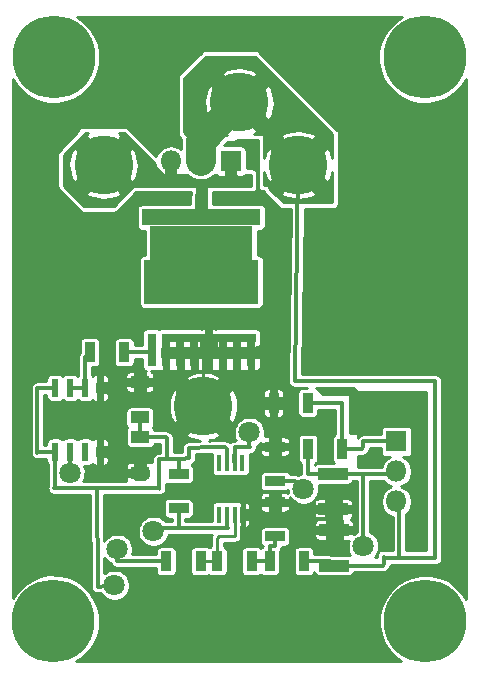
<source format=gtl>
G04 #@! TF.FileFunction,Copper,L1,Top,Signal*
%FSLAX46Y46*%
G04 Gerber Fmt 4.6, Leading zero omitted, Abs format (unit mm)*
G04 Created by KiCad (PCBNEW 4.0.7) date 05/09/18 12:26:35*
%MOMM*%
%LPD*%
G01*
G04 APERTURE LIST*
%ADD10C,0.100000*%
%ADD11C,5.001260*%
%ADD12R,2.500000X1.000000*%
%ADD13R,1.800000X1.800000*%
%ADD14O,1.800000X1.800000*%
%ADD15R,0.900000X1.700000*%
%ADD16R,1.700000X0.900000*%
%ADD17R,0.450000X1.450000*%
%ADD18R,0.600000X1.550000*%
%ADD19R,10.100000X1.400000*%
%ADD20R,8.700000X2.900000*%
%ADD21R,9.700000X3.700000*%
%ADD22R,0.800000X2.800000*%
%ADD23C,1.000000*%
%ADD24R,8.000000X0.800000*%
%ADD25R,1.600000X1.000000*%
%ADD26C,7.000000*%
%ADD27C,1.800000*%
%ADD28C,2.500000*%
%ADD29C,0.300000*%
%ADD30C,0.250000*%
%ADD31C,1.000000*%
%ADD32C,0.254000*%
G04 APERTURE END LIST*
D10*
D11*
X191600000Y-109700000D03*
X175100000Y-109700000D03*
X186600000Y-104400000D03*
X183548800Y-130133600D03*
D12*
X194627500Y-143613000D03*
X194627500Y-140613000D03*
X194564000Y-135850500D03*
X194564000Y-138850500D03*
D13*
X185877200Y-109372400D03*
D14*
X183337200Y-109372400D03*
X180797200Y-109372400D03*
D15*
X180414000Y-143256000D03*
X183314000Y-143256000D03*
X184732000Y-143256000D03*
X187632000Y-143256000D03*
X192077000Y-143256000D03*
X189177000Y-143256000D03*
D16*
X189611000Y-141150000D03*
X189611000Y-138250000D03*
X181457600Y-135862400D03*
X181457600Y-138762400D03*
X189611000Y-136451000D03*
X189611000Y-133551000D03*
D15*
X176850000Y-125550000D03*
X173950000Y-125550000D03*
X192415500Y-133731000D03*
X195315500Y-133731000D03*
X192394500Y-129857500D03*
X189494500Y-129857500D03*
D17*
X184902200Y-139309200D03*
X185552200Y-139309200D03*
X186202200Y-139309200D03*
X186852200Y-139309200D03*
X186852200Y-134909200D03*
X186202200Y-134909200D03*
X185552200Y-134909200D03*
X184902200Y-134909200D03*
D13*
X199898000Y-133096000D03*
D14*
X199898000Y-135636000D03*
X199898000Y-138176000D03*
D18*
X170995000Y-133975000D03*
X172265000Y-133975000D03*
X173535000Y-133975000D03*
X174805000Y-133975000D03*
X174805000Y-128575000D03*
X173535000Y-128575000D03*
X172265000Y-128575000D03*
X170995000Y-128575000D03*
D19*
X183388000Y-114141200D03*
D20*
X183388000Y-116291200D03*
D21*
X183388000Y-119591200D03*
D22*
X182788000Y-125341200D03*
X183988000Y-125341200D03*
X185188000Y-125341200D03*
X186388000Y-125341200D03*
X187588000Y-125341200D03*
X181588000Y-125341200D03*
X180388000Y-125341200D03*
X179188000Y-125341200D03*
D23*
X179188000Y-120171200D03*
X180388000Y-120171200D03*
X181588000Y-120171200D03*
X182788000Y-120171200D03*
X183988000Y-120171200D03*
X185188000Y-120171200D03*
X186388000Y-120171200D03*
X187588000Y-120171200D03*
X187588000Y-118971200D03*
X186388000Y-118971200D03*
X183988000Y-118971200D03*
X185188000Y-118971200D03*
X182788000Y-118971200D03*
X181588000Y-118971200D03*
X180388000Y-118971200D03*
X179188000Y-118971200D03*
X180388000Y-117771200D03*
X181588000Y-117771200D03*
X182788000Y-117771200D03*
X183988000Y-117771200D03*
X185188000Y-117771200D03*
X186388000Y-117771200D03*
X186388000Y-116571200D03*
X183988000Y-116571200D03*
X185188000Y-116571200D03*
X182788000Y-116571200D03*
X181588000Y-116571200D03*
X180388000Y-116571200D03*
X180388000Y-115371200D03*
X181588000Y-115371200D03*
X182788000Y-115371200D03*
X183988000Y-115371200D03*
X185188000Y-115371200D03*
X186388000Y-115371200D03*
X179188000Y-114071200D03*
X180388000Y-114071200D03*
X181588000Y-114071200D03*
X182788000Y-114071200D03*
X183988000Y-114071200D03*
X185188000Y-114071200D03*
X186388000Y-114071200D03*
X187588000Y-114071200D03*
D24*
X183988000Y-124341200D03*
D25*
X178200000Y-132750000D03*
X178200000Y-135750000D03*
X178175000Y-131075000D03*
X178175000Y-128075000D03*
D26*
X202300000Y-100600000D03*
X170900000Y-100600000D03*
X170850000Y-148300000D03*
X202350000Y-148350000D03*
D27*
X176022000Y-145288000D03*
X197104000Y-141986000D03*
X172250000Y-135750000D03*
X176276000Y-142240000D03*
X187452000Y-132334000D03*
X179324000Y-140716000D03*
X192024000Y-137160000D03*
D28*
X183337200Y-109372400D02*
X183337200Y-107662800D01*
X183337200Y-107662800D02*
X186600000Y-104400000D01*
D29*
X200152000Y-143002000D02*
X200152000Y-138430000D01*
X200152000Y-138430000D02*
X199898000Y-138176000D01*
X194627500Y-143613000D02*
X198731000Y-143613000D01*
X198834000Y-142865100D02*
X198818500Y-142849600D01*
X198834000Y-143510000D02*
X198834000Y-142865100D01*
X198731000Y-143613000D02*
X198834000Y-143510000D01*
X203200000Y-143002000D02*
X200152000Y-143002000D01*
X200152000Y-143002000D02*
X198818500Y-143002000D01*
X203200113Y-128005474D02*
X203200000Y-143002000D01*
X202692000Y-128016000D02*
X203200113Y-128005474D01*
X191300140Y-128000000D02*
X202692000Y-128016000D01*
X191600000Y-109700000D02*
X191300140Y-128000000D01*
X198818500Y-143002000D02*
X198818500Y-142849600D01*
X198818500Y-143002000D02*
X198818500Y-142849600D01*
X192077000Y-143256000D02*
X194270500Y-143256000D01*
X194270500Y-143256000D02*
X194627500Y-143613000D01*
D30*
X194514000Y-143232000D02*
X194490000Y-143256000D01*
D31*
X183388000Y-109423200D02*
X183337200Y-109372400D01*
D29*
X189611000Y-138250000D02*
X191350000Y-138250000D01*
X191500000Y-139700000D02*
X194564000Y-139700000D01*
X191400000Y-139800000D02*
X191500000Y-139700000D01*
X191400000Y-138300000D02*
X191400000Y-139800000D01*
X191350000Y-138250000D02*
X191400000Y-138300000D01*
X181445800Y-130941100D02*
X181498800Y-130888100D01*
X174805000Y-135605000D02*
X174805000Y-133975000D01*
X174950000Y-135750000D02*
X174805000Y-135605000D01*
X176250000Y-135750000D02*
X174950000Y-135750000D01*
X176425000Y-128575000D02*
X176425000Y-135750000D01*
X176425000Y-135750000D02*
X176250000Y-135750000D01*
X174805000Y-128575000D02*
X176425000Y-128575000D01*
X176425000Y-128100000D02*
X178175000Y-128075000D01*
X176425000Y-128575000D02*
X176425000Y-128100000D01*
X178200000Y-128000000D02*
X179950000Y-128075000D01*
X179950000Y-128075000D02*
X180075000Y-127950000D01*
X178200000Y-135750000D02*
X176250000Y-135750000D01*
D30*
X189494500Y-129857500D02*
X187007500Y-129857500D01*
X187007500Y-129857500D02*
X186690000Y-129540000D01*
X183563800Y-129808600D02*
X183515000Y-125814200D01*
X183515000Y-125814200D02*
X183988000Y-125341200D01*
X188237200Y-138250000D02*
X188237200Y-138965600D01*
X187893600Y-139309200D02*
X186852200Y-139309200D01*
X188237200Y-138965600D02*
X187893600Y-139309200D01*
X189611000Y-133551000D02*
X188520600Y-133551000D01*
X188520600Y-133551000D02*
X188112400Y-133959200D01*
X188237200Y-138250000D02*
X189611000Y-138250000D01*
X188112400Y-138125200D02*
X188237200Y-138250000D01*
X188112400Y-133959200D02*
X188112400Y-138125200D01*
X187722800Y-125476000D02*
X187588000Y-125341200D01*
X189494500Y-129857500D02*
X189242700Y-129857500D01*
D29*
X189611000Y-138250000D02*
X189664000Y-138250000D01*
X194564000Y-138850500D02*
X194564000Y-139700000D01*
X194564000Y-139700000D02*
X194564000Y-140549500D01*
X194564000Y-140549500D02*
X194627500Y-140613000D01*
X189494500Y-129857500D02*
X189494500Y-131572000D01*
X189494500Y-131572000D02*
X189494500Y-131762500D01*
X189494500Y-131762500D02*
X189494500Y-133434500D01*
X189494500Y-133434500D02*
X189611000Y-133551000D01*
X189367500Y-129984500D02*
X189494500Y-129857500D01*
X178175000Y-131075000D02*
X178175000Y-132725000D01*
X178175000Y-132725000D02*
X178200000Y-132750000D01*
X170995000Y-128575000D02*
X169525000Y-128575000D01*
X169575000Y-133975000D02*
X170995000Y-133975000D01*
X169500000Y-134050000D02*
X169575000Y-133975000D01*
X169500000Y-128600000D02*
X169500000Y-134050000D01*
X169525000Y-128575000D02*
X169500000Y-128600000D01*
X181457600Y-135862400D02*
X181457600Y-134583592D01*
X181450000Y-134650000D02*
X181450000Y-134583731D01*
X181450000Y-134591192D02*
X181450000Y-134650000D01*
X181457600Y-134583592D02*
X181450000Y-134591192D01*
X178200000Y-132750000D02*
X180375000Y-132750000D01*
X180475000Y-132850000D02*
X180475000Y-134601497D01*
X180375000Y-132750000D02*
X180475000Y-132850000D01*
X174724880Y-137053232D02*
X170928232Y-137053232D01*
X170995000Y-136986464D02*
X170995000Y-133975000D01*
X170928232Y-137053232D02*
X170995000Y-136986464D01*
D30*
X179825003Y-137075000D02*
X179825003Y-137106405D01*
X179825003Y-137106405D02*
X179825003Y-137075000D01*
D29*
X179800000Y-134625000D02*
X179825003Y-137075000D01*
X179825003Y-137075000D02*
X174724880Y-137053232D01*
X174724880Y-137053232D02*
X174570533Y-137052573D01*
X174542933Y-137080173D02*
X174600000Y-145400000D01*
X174570533Y-137052573D02*
X174542933Y-137080173D01*
X174600000Y-145400000D02*
X176022000Y-145288000D01*
X179800000Y-134625000D02*
X180475000Y-134601497D01*
X180475000Y-134601497D02*
X181450000Y-134583731D01*
X181450000Y-134583731D02*
X181724285Y-134578733D01*
X181724285Y-134578733D02*
X182332880Y-134536806D01*
X185552200Y-133725800D02*
X185552200Y-134909200D01*
X185420000Y-133604000D02*
X185552200Y-133725800D01*
X184150000Y-133604000D02*
X185420000Y-133604000D01*
X182324999Y-133649965D02*
X184150000Y-133604000D01*
X182332880Y-134536806D02*
X182324999Y-133649965D01*
X197104000Y-141986000D02*
X197104000Y-135850500D01*
X197104000Y-135850500D02*
X197104000Y-135890000D01*
X197104000Y-135890000D02*
X197104000Y-135850500D01*
X194564000Y-135850500D02*
X197104000Y-135850500D01*
X197104000Y-135850500D02*
X199683500Y-135850500D01*
X199683500Y-135850500D02*
X199898000Y-135636000D01*
D30*
X185580000Y-134881400D02*
X185552200Y-134909200D01*
D29*
X192405000Y-133731000D02*
X192415500Y-133731000D01*
X192415500Y-133731000D02*
X192415500Y-135837000D01*
X192429000Y-135850500D02*
X194564000Y-135850500D01*
X192415500Y-135837000D02*
X192429000Y-135850500D01*
D30*
X192423000Y-134437000D02*
X192532000Y-134546000D01*
D29*
X186207481Y-133600145D02*
X187499855Y-133600145D01*
X187452000Y-133552290D02*
X187452000Y-132334000D01*
X187499855Y-133600145D02*
X187452000Y-133552290D01*
X172265000Y-133975000D02*
X172265000Y-135735000D01*
X172265000Y-135735000D02*
X172250000Y-135750000D01*
X176276000Y-143256000D02*
X180414000Y-143256000D01*
X176276000Y-142240000D02*
X176276000Y-143256000D01*
X186207481Y-133600145D02*
X186182000Y-134889000D01*
X186182000Y-134889000D02*
X186202200Y-134909200D01*
X180276500Y-143256000D02*
X180414000Y-143256000D01*
D30*
X184732000Y-143256000D02*
X184732000Y-141302400D01*
X186202200Y-141091800D02*
X186202200Y-139309200D01*
X186232800Y-141122400D02*
X186202200Y-141091800D01*
X184912000Y-141122400D02*
X186232800Y-141122400D01*
X184732000Y-141302400D02*
X184912000Y-141122400D01*
X184732000Y-143256000D02*
X183314000Y-143256000D01*
D29*
X189177000Y-143256000D02*
X189177000Y-142023000D01*
X189611000Y-141989000D02*
X189611000Y-141150000D01*
X189600000Y-142000000D02*
X189611000Y-141989000D01*
X189200000Y-142000000D02*
X189600000Y-142000000D01*
X189177000Y-142023000D02*
X189200000Y-142000000D01*
X189177000Y-143256000D02*
X187632000Y-143256000D01*
X189611000Y-136451000D02*
X191315000Y-136451000D01*
X179578000Y-140462000D02*
X181559200Y-140462000D01*
X179324000Y-140716000D02*
X179578000Y-140462000D01*
X191315000Y-136451000D02*
X192024000Y-137160000D01*
X181457600Y-138762400D02*
X181457600Y-140360400D01*
X181457600Y-140360400D02*
X181559200Y-140462000D01*
X185552200Y-140340200D02*
X185552200Y-139309200D01*
X181559200Y-140462000D02*
X185674000Y-140462000D01*
X185674000Y-140462000D02*
X185552200Y-140340200D01*
X189611000Y-136451000D02*
X189494500Y-136451000D01*
X173535000Y-128575000D02*
X173535000Y-125965000D01*
X173535000Y-125965000D02*
X173950000Y-125550000D01*
X173535000Y-128575000D02*
X172265000Y-128575000D01*
X195315500Y-133731000D02*
X196977000Y-133731000D01*
X197104000Y-133096000D02*
X199898000Y-133096000D01*
X197104000Y-133604000D02*
X197104000Y-133096000D01*
X196977000Y-133731000D02*
X197104000Y-133604000D01*
X192394500Y-129857500D02*
X195262500Y-129857500D01*
X195315500Y-129910500D02*
X195315500Y-133731000D01*
X195262500Y-129857500D02*
X195315500Y-129910500D01*
X176850000Y-125550000D02*
X178979200Y-125550000D01*
X178979200Y-125550000D02*
X179188000Y-125341200D01*
X179146800Y-125300000D02*
X179188000Y-125341200D01*
D31*
X183400000Y-111400000D02*
X183400000Y-114129200D01*
X183400000Y-114129200D02*
X183388000Y-114141200D01*
X180797200Y-109372400D02*
X180797200Y-110597200D01*
X180797200Y-110597200D02*
X180900000Y-110700000D01*
X185877200Y-109372400D02*
X185877200Y-110877200D01*
X185877200Y-110877200D02*
X185900000Y-110900000D01*
X183388000Y-114141200D02*
X183388000Y-112312000D01*
X183388000Y-112312000D02*
X183400000Y-112300000D01*
D30*
X183388000Y-114141200D02*
X179419200Y-114141200D01*
D32*
G36*
X199827421Y-97524732D02*
X199277188Y-98063559D01*
X198842093Y-98699000D01*
X198538709Y-99406848D01*
X198378591Y-100160143D01*
X198367838Y-100930193D01*
X198506860Y-101687665D01*
X198790362Y-102403709D01*
X199207545Y-103051050D01*
X199742518Y-103605031D01*
X200374905Y-104044551D01*
X201080619Y-104352870D01*
X201832778Y-104518243D01*
X202602733Y-104534371D01*
X203361158Y-104400640D01*
X204079163Y-104122145D01*
X204729401Y-103709491D01*
X205287103Y-103178398D01*
X205731028Y-102549095D01*
X205773000Y-102454824D01*
X205773000Y-146405484D01*
X205407932Y-145856012D01*
X204865276Y-145309554D01*
X204226814Y-144878906D01*
X203516864Y-144580471D01*
X202762469Y-144425616D01*
X201992364Y-144420239D01*
X201235880Y-144564546D01*
X200521833Y-144853040D01*
X199877421Y-145274732D01*
X199327188Y-145813559D01*
X198892093Y-146449000D01*
X198588709Y-147156848D01*
X198428591Y-147910143D01*
X198417838Y-148680193D01*
X198556860Y-149437665D01*
X198840362Y-150153709D01*
X199257545Y-150801050D01*
X199792518Y-151355031D01*
X200321957Y-151723000D01*
X172785390Y-151723000D01*
X173279401Y-151409491D01*
X173837103Y-150878398D01*
X174281028Y-150249095D01*
X174594266Y-149545551D01*
X174764886Y-148794565D01*
X174777168Y-147914938D01*
X174627584Y-147159480D01*
X174334112Y-146447465D01*
X173907932Y-145806012D01*
X173365276Y-145259554D01*
X172726814Y-144828906D01*
X172016864Y-144530471D01*
X171262469Y-144375616D01*
X170492364Y-144370239D01*
X169735880Y-144514546D01*
X169021833Y-144803040D01*
X168377421Y-145224732D01*
X167827188Y-145763559D01*
X167427000Y-146348020D01*
X167427000Y-128600000D01*
X168923000Y-128600000D01*
X168923000Y-134050000D01*
X168928399Y-134105065D01*
X168933601Y-134160097D01*
X168933890Y-134161068D01*
X168933989Y-134162073D01*
X168949976Y-134215024D01*
X168965773Y-134268014D01*
X168966244Y-134268907D01*
X168966537Y-134269878D01*
X168992586Y-134318869D01*
X169018293Y-134367627D01*
X169018927Y-134368410D01*
X169019404Y-134369307D01*
X169054432Y-134412255D01*
X169089161Y-134455142D01*
X169089938Y-134455790D01*
X169090578Y-134456574D01*
X169133170Y-134491809D01*
X169175678Y-134527226D01*
X169176567Y-134527711D01*
X169177346Y-134528355D01*
X169225954Y-134554637D01*
X169274548Y-134581131D01*
X169275514Y-134581434D01*
X169276404Y-134581915D01*
X169329326Y-134598297D01*
X169382006Y-134614806D01*
X169383009Y-134614915D01*
X169383978Y-134615215D01*
X169438978Y-134620996D01*
X169493958Y-134626969D01*
X169494969Y-134626881D01*
X169495972Y-134626986D01*
X169551103Y-134621969D01*
X169606140Y-134617153D01*
X169607107Y-134616872D01*
X169608119Y-134616780D01*
X169661296Y-134601129D01*
X169714280Y-134585736D01*
X169715178Y-134585270D01*
X169716148Y-134584985D01*
X169765114Y-134559386D01*
X169779364Y-134552000D01*
X170265934Y-134552000D01*
X170265934Y-134750000D01*
X170271356Y-134817998D01*
X170307073Y-134933330D01*
X170373506Y-135034146D01*
X170418000Y-135072068D01*
X170418000Y-136789534D01*
X170396317Y-136829636D01*
X170396019Y-136830599D01*
X170395539Y-136831494D01*
X170379313Y-136884566D01*
X170363017Y-136937210D01*
X170362912Y-136938213D01*
X170362615Y-136939183D01*
X170357027Y-136994204D01*
X170351246Y-137049204D01*
X170351338Y-137050214D01*
X170351236Y-137051218D01*
X170356431Y-137106178D01*
X170361452Y-137161351D01*
X170361738Y-137162322D01*
X170361833Y-137163329D01*
X170377619Y-137216282D01*
X170393247Y-137269380D01*
X170393716Y-137270278D01*
X170394005Y-137271246D01*
X170419754Y-137320084D01*
X170445419Y-137369176D01*
X170446054Y-137369966D01*
X170446525Y-137370859D01*
X170481237Y-137413725D01*
X170515981Y-137456938D01*
X170516758Y-137457590D01*
X170517393Y-137458374D01*
X170559887Y-137493779D01*
X170602246Y-137529322D01*
X170603130Y-137529808D01*
X170603910Y-137530458D01*
X170652508Y-137556954D01*
X170700928Y-137583573D01*
X170701892Y-137583879D01*
X170702780Y-137584363D01*
X170755503Y-137600885D01*
X170808267Y-137617623D01*
X170809274Y-137617736D01*
X170810238Y-137618038D01*
X170865221Y-137624012D01*
X170920176Y-137630176D01*
X170922082Y-137630189D01*
X170922190Y-137630201D01*
X170922306Y-137630191D01*
X170928232Y-137630232D01*
X173969693Y-137630232D01*
X174023014Y-145403958D01*
X174024968Y-145422571D01*
X174024479Y-145441289D01*
X174030835Y-145478462D01*
X174034771Y-145515953D01*
X174040303Y-145533832D01*
X174043459Y-145552288D01*
X174056915Y-145587519D01*
X174068058Y-145623532D01*
X174076958Y-145639998D01*
X174083638Y-145657487D01*
X174103674Y-145689423D01*
X174121605Y-145722596D01*
X174133537Y-145737023D01*
X174143485Y-145752879D01*
X174169346Y-145780319D01*
X174193376Y-145809373D01*
X174207880Y-145821205D01*
X174220720Y-145834829D01*
X174251418Y-145856722D01*
X174280635Y-145880557D01*
X174297166Y-145889349D01*
X174312403Y-145900216D01*
X174346762Y-145915727D01*
X174380058Y-145933436D01*
X174397981Y-145938850D01*
X174415040Y-145946551D01*
X174451754Y-145955092D01*
X174487858Y-145965998D01*
X174506494Y-145967827D01*
X174524721Y-145972068D01*
X174562400Y-145973316D01*
X174599930Y-145977000D01*
X174618562Y-145975175D01*
X174637270Y-145975795D01*
X174645306Y-145975219D01*
X174874485Y-145957168D01*
X174977007Y-146116251D01*
X175157783Y-146303451D01*
X175371478Y-146451973D01*
X175609950Y-146556159D01*
X175864118Y-146612041D01*
X176124299Y-146617491D01*
X176380583Y-146572301D01*
X176623210Y-146478193D01*
X176842936Y-146338750D01*
X177031393Y-146159285D01*
X177181403Y-145946632D01*
X177287251Y-145708893D01*
X177344907Y-145455122D01*
X177349057Y-145157881D01*
X177298510Y-144902599D01*
X177199341Y-144661997D01*
X177055327Y-144445239D01*
X176871955Y-144260581D01*
X176656207Y-144115058D01*
X176416303Y-144014212D01*
X176161380Y-143961884D01*
X175901149Y-143960067D01*
X175645520Y-144008831D01*
X175404231Y-144106318D01*
X175186473Y-144248814D01*
X175169233Y-144265697D01*
X175160266Y-142958483D01*
X175231007Y-143068251D01*
X175411783Y-143255451D01*
X175625478Y-143403973D01*
X175735038Y-143451838D01*
X175741015Y-143472148D01*
X175741952Y-143473940D01*
X175742537Y-143475878D01*
X175768050Y-143523862D01*
X175793187Y-143571944D01*
X175794453Y-143573519D01*
X175795404Y-143575307D01*
X175829716Y-143617377D01*
X175863749Y-143659706D01*
X175865301Y-143661008D01*
X175866578Y-143662574D01*
X175908412Y-143697182D01*
X175950014Y-143732090D01*
X175951785Y-143733064D01*
X175953346Y-143734355D01*
X176001149Y-143760202D01*
X176048696Y-143786341D01*
X176050624Y-143786953D01*
X176052404Y-143787915D01*
X176104296Y-143803979D01*
X176156035Y-143820391D01*
X176158044Y-143820616D01*
X176159978Y-143821215D01*
X176213986Y-143826891D01*
X176267944Y-143832944D01*
X176271829Y-143832971D01*
X176271972Y-143832986D01*
X176272115Y-143832973D01*
X176276000Y-143833000D01*
X179534934Y-143833000D01*
X179534934Y-144106000D01*
X179540356Y-144173998D01*
X179576073Y-144289330D01*
X179642506Y-144390146D01*
X179734395Y-144468463D01*
X179844465Y-144518079D01*
X179964000Y-144535066D01*
X180864000Y-144535066D01*
X180931998Y-144529644D01*
X181047330Y-144493927D01*
X181148146Y-144427494D01*
X181226463Y-144335605D01*
X181276079Y-144225535D01*
X181293066Y-144106000D01*
X181293066Y-142406000D01*
X181287644Y-142338002D01*
X181251927Y-142222670D01*
X181185494Y-142121854D01*
X181093605Y-142043537D01*
X180983535Y-141993921D01*
X180864000Y-141976934D01*
X179964000Y-141976934D01*
X179896002Y-141982356D01*
X179780670Y-142018073D01*
X179679854Y-142084506D01*
X179601537Y-142176395D01*
X179551921Y-142286465D01*
X179534934Y-142406000D01*
X179534934Y-142679000D01*
X177533189Y-142679000D01*
X177541251Y-142660893D01*
X177598907Y-142407122D01*
X177603057Y-142109881D01*
X177552510Y-141854599D01*
X177453341Y-141613997D01*
X177309327Y-141397239D01*
X177125955Y-141212581D01*
X176910207Y-141067058D01*
X176670303Y-140966212D01*
X176415380Y-140913884D01*
X176155149Y-140912067D01*
X175899520Y-140960831D01*
X175658231Y-141058318D01*
X175440473Y-141200814D01*
X175254540Y-141382894D01*
X175150501Y-141534839D01*
X175145650Y-140827578D01*
X177995255Y-140827578D01*
X178042233Y-141083541D01*
X178138034Y-141325504D01*
X178279007Y-141544251D01*
X178459783Y-141731451D01*
X178673478Y-141879973D01*
X178911950Y-141984159D01*
X179166118Y-142040041D01*
X179426299Y-142045491D01*
X179682583Y-142000301D01*
X179925210Y-141906193D01*
X180144936Y-141766750D01*
X180333393Y-141587285D01*
X180483403Y-141374632D01*
X180589251Y-141136893D01*
X180611492Y-141039000D01*
X184249878Y-141039000D01*
X184249229Y-141040211D01*
X184224637Y-141084944D01*
X184223759Y-141087712D01*
X184222388Y-141090269D01*
X184207472Y-141139055D01*
X184192063Y-141187633D01*
X184191740Y-141190513D01*
X184190890Y-141193293D01*
X184185730Y-141244087D01*
X184180054Y-141294693D01*
X184180014Y-141300362D01*
X184180003Y-141300473D01*
X184180013Y-141300576D01*
X184180000Y-141302400D01*
X184180000Y-141992886D01*
X184098670Y-142018073D01*
X184022567Y-142068221D01*
X183993605Y-142043537D01*
X183883535Y-141993921D01*
X183764000Y-141976934D01*
X182864000Y-141976934D01*
X182796002Y-141982356D01*
X182680670Y-142018073D01*
X182579854Y-142084506D01*
X182501537Y-142176395D01*
X182451921Y-142286465D01*
X182434934Y-142406000D01*
X182434934Y-144106000D01*
X182440356Y-144173998D01*
X182476073Y-144289330D01*
X182542506Y-144390146D01*
X182634395Y-144468463D01*
X182744465Y-144518079D01*
X182864000Y-144535066D01*
X183764000Y-144535066D01*
X183831998Y-144529644D01*
X183947330Y-144493927D01*
X184023433Y-144443779D01*
X184052395Y-144468463D01*
X184162465Y-144518079D01*
X184282000Y-144535066D01*
X185182000Y-144535066D01*
X185249998Y-144529644D01*
X185365330Y-144493927D01*
X185466146Y-144427494D01*
X185544463Y-144335605D01*
X185594079Y-144225535D01*
X185611066Y-144106000D01*
X185611066Y-142406000D01*
X186752934Y-142406000D01*
X186752934Y-144106000D01*
X186758356Y-144173998D01*
X186794073Y-144289330D01*
X186860506Y-144390146D01*
X186952395Y-144468463D01*
X187062465Y-144518079D01*
X187182000Y-144535066D01*
X188082000Y-144535066D01*
X188149998Y-144529644D01*
X188265330Y-144493927D01*
X188366146Y-144427494D01*
X188402223Y-144385165D01*
X188405506Y-144390146D01*
X188497395Y-144468463D01*
X188607465Y-144518079D01*
X188727000Y-144535066D01*
X189627000Y-144535066D01*
X189694998Y-144529644D01*
X189810330Y-144493927D01*
X189911146Y-144427494D01*
X189989463Y-144335605D01*
X190039079Y-144225535D01*
X190056066Y-144106000D01*
X190056066Y-142406000D01*
X190052132Y-142356666D01*
X190052831Y-142355814D01*
X190087090Y-142314986D01*
X190088550Y-142312330D01*
X190090478Y-142309983D01*
X190115675Y-142262991D01*
X190141341Y-142216304D01*
X190142259Y-142213411D01*
X190143692Y-142210738D01*
X190159285Y-142159739D01*
X190175391Y-142108965D01*
X190175729Y-142105954D01*
X190176617Y-142103049D01*
X190182003Y-142050018D01*
X190184353Y-142029066D01*
X190461000Y-142029066D01*
X190528998Y-142023644D01*
X190644330Y-141987927D01*
X190745146Y-141921494D01*
X190823463Y-141829605D01*
X190873079Y-141719535D01*
X190890066Y-141600000D01*
X190890066Y-140969750D01*
X192950500Y-140969750D01*
X192950500Y-141155056D01*
X192966909Y-141237551D01*
X192999098Y-141315261D01*
X193045828Y-141385197D01*
X193105303Y-141444673D01*
X193175240Y-141491403D01*
X193252949Y-141523591D01*
X193335444Y-141540000D01*
X193897750Y-141540000D01*
X194004500Y-141433250D01*
X194004500Y-140863000D01*
X193057250Y-140863000D01*
X192950500Y-140969750D01*
X190890066Y-140969750D01*
X190890066Y-140700000D01*
X190884644Y-140632002D01*
X190848927Y-140516670D01*
X190782494Y-140415854D01*
X190690605Y-140337537D01*
X190580535Y-140287921D01*
X190461000Y-140270934D01*
X188761000Y-140270934D01*
X188693002Y-140276356D01*
X188577670Y-140312073D01*
X188476854Y-140378506D01*
X188398537Y-140470395D01*
X188348921Y-140580465D01*
X188331934Y-140700000D01*
X188331934Y-141600000D01*
X188337356Y-141667998D01*
X188373073Y-141783330D01*
X188439506Y-141884146D01*
X188531395Y-141962463D01*
X188602355Y-141994449D01*
X188601722Y-142000095D01*
X188543670Y-142018073D01*
X188442854Y-142084506D01*
X188406777Y-142126835D01*
X188403494Y-142121854D01*
X188311605Y-142043537D01*
X188201535Y-141993921D01*
X188082000Y-141976934D01*
X187182000Y-141976934D01*
X187114002Y-141982356D01*
X186998670Y-142018073D01*
X186897854Y-142084506D01*
X186819537Y-142176395D01*
X186769921Y-142286465D01*
X186752934Y-142406000D01*
X185611066Y-142406000D01*
X185605644Y-142338002D01*
X185569927Y-142222670D01*
X185503494Y-142121854D01*
X185411605Y-142043537D01*
X185301535Y-141993921D01*
X185284000Y-141991429D01*
X185284000Y-141674400D01*
X186232800Y-141674400D01*
X186285390Y-141669243D01*
X186338127Y-141664258D01*
X186339055Y-141663981D01*
X186340017Y-141663887D01*
X186390528Y-141648637D01*
X186441368Y-141633481D01*
X186442228Y-141633028D01*
X186443151Y-141632749D01*
X186489795Y-141607949D01*
X186536666Y-141583236D01*
X186537418Y-141582627D01*
X186538272Y-141582173D01*
X186579162Y-141548824D01*
X186620389Y-141515439D01*
X186621012Y-141514692D01*
X186621758Y-141514083D01*
X186655368Y-141473455D01*
X186689348Y-141432671D01*
X186689812Y-141431820D01*
X186690429Y-141431074D01*
X186715636Y-141384455D01*
X186740918Y-141338083D01*
X186741206Y-141337163D01*
X186741668Y-141336309D01*
X186757341Y-141285678D01*
X186773135Y-141235282D01*
X186773239Y-141234321D01*
X186773526Y-141233395D01*
X186779062Y-141180722D01*
X186784770Y-141128181D01*
X186784686Y-141127218D01*
X186784787Y-141126254D01*
X186779993Y-141073576D01*
X186775381Y-141020859D01*
X186775111Y-141019928D01*
X186775023Y-141018966D01*
X186760107Y-140968287D01*
X186754200Y-140947956D01*
X186754200Y-140305414D01*
X186789663Y-140263805D01*
X186839279Y-140153735D01*
X186856266Y-140034200D01*
X186856266Y-139671700D01*
X186964700Y-139671700D01*
X186964700Y-140354450D01*
X187071450Y-140461200D01*
X187119256Y-140461200D01*
X187201751Y-140444791D01*
X187279461Y-140412602D01*
X187349397Y-140365872D01*
X187408873Y-140306397D01*
X187455603Y-140236460D01*
X187487791Y-140158751D01*
X187504200Y-140076256D01*
X187504200Y-139778450D01*
X187397450Y-139671700D01*
X186964700Y-139671700D01*
X186856266Y-139671700D01*
X186856266Y-139207250D01*
X192887000Y-139207250D01*
X192887000Y-139392556D01*
X192903409Y-139475051D01*
X192935598Y-139552761D01*
X192982328Y-139622697D01*
X193041803Y-139682173D01*
X193111740Y-139728903D01*
X193156200Y-139747319D01*
X193105303Y-139781327D01*
X193045828Y-139840803D01*
X192999098Y-139910739D01*
X192966909Y-139988449D01*
X192950500Y-140070944D01*
X192950500Y-140256250D01*
X193057250Y-140363000D01*
X194004500Y-140363000D01*
X194004500Y-139792750D01*
X193911750Y-139700000D01*
X193941000Y-139670750D01*
X193941000Y-139100500D01*
X195187000Y-139100500D01*
X195187000Y-139670750D01*
X195279750Y-139763500D01*
X195250500Y-139792750D01*
X195250500Y-140363000D01*
X196197750Y-140363000D01*
X196304500Y-140256250D01*
X196304500Y-140070944D01*
X196288091Y-139988449D01*
X196255902Y-139910739D01*
X196209172Y-139840803D01*
X196149697Y-139781327D01*
X196079760Y-139734597D01*
X196035300Y-139716181D01*
X196086197Y-139682173D01*
X196145672Y-139622697D01*
X196192402Y-139552761D01*
X196224591Y-139475051D01*
X196241000Y-139392556D01*
X196241000Y-139207250D01*
X196134250Y-139100500D01*
X195187000Y-139100500D01*
X193941000Y-139100500D01*
X192993750Y-139100500D01*
X192887000Y-139207250D01*
X186856266Y-139207250D01*
X186856266Y-138584200D01*
X186850844Y-138516202D01*
X186815127Y-138400870D01*
X186748694Y-138300054D01*
X186739700Y-138292388D01*
X186739700Y-138263950D01*
X186964700Y-138263950D01*
X186964700Y-138946700D01*
X187397450Y-138946700D01*
X187504200Y-138839950D01*
X187504200Y-138581750D01*
X188334000Y-138581750D01*
X188334000Y-138742056D01*
X188350409Y-138824551D01*
X188382598Y-138902261D01*
X188429328Y-138972197D01*
X188488803Y-139031673D01*
X188558740Y-139078403D01*
X188636449Y-139110591D01*
X188718944Y-139127000D01*
X189079250Y-139127000D01*
X189186000Y-139020250D01*
X189186000Y-138475000D01*
X190036000Y-138475000D01*
X190036000Y-139020250D01*
X190142750Y-139127000D01*
X190503056Y-139127000D01*
X190585551Y-139110591D01*
X190663260Y-139078403D01*
X190733197Y-139031673D01*
X190792672Y-138972197D01*
X190839402Y-138902261D01*
X190871591Y-138824551D01*
X190888000Y-138742056D01*
X190888000Y-138581750D01*
X190781250Y-138475000D01*
X190036000Y-138475000D01*
X189186000Y-138475000D01*
X188440750Y-138475000D01*
X188334000Y-138581750D01*
X187504200Y-138581750D01*
X187504200Y-138542144D01*
X187487791Y-138459649D01*
X187455603Y-138381940D01*
X187408873Y-138312003D01*
X187349397Y-138252528D01*
X187279461Y-138205798D01*
X187201751Y-138173609D01*
X187119256Y-138157200D01*
X187071450Y-138157200D01*
X186964700Y-138263950D01*
X186739700Y-138263950D01*
X186632950Y-138157200D01*
X186585144Y-138157200D01*
X186525384Y-138169087D01*
X186427200Y-138155134D01*
X185977200Y-138155134D01*
X185909202Y-138160556D01*
X185879683Y-138169698D01*
X185777200Y-138155134D01*
X185327200Y-138155134D01*
X185259202Y-138160556D01*
X185229683Y-138169698D01*
X185127200Y-138155134D01*
X184677200Y-138155134D01*
X184609202Y-138160556D01*
X184493870Y-138196273D01*
X184393054Y-138262706D01*
X184314737Y-138354595D01*
X184265121Y-138464665D01*
X184248134Y-138584200D01*
X184248134Y-139885000D01*
X182034600Y-139885000D01*
X182034600Y-139641466D01*
X182307600Y-139641466D01*
X182375598Y-139636044D01*
X182490930Y-139600327D01*
X182591746Y-139533894D01*
X182670063Y-139442005D01*
X182719679Y-139331935D01*
X182736666Y-139212400D01*
X182736666Y-138312400D01*
X182731244Y-138244402D01*
X182695527Y-138129070D01*
X182629094Y-138028254D01*
X182537205Y-137949937D01*
X182427135Y-137900321D01*
X182307600Y-137883334D01*
X180607600Y-137883334D01*
X180539602Y-137888756D01*
X180424270Y-137924473D01*
X180323454Y-137990906D01*
X180245137Y-138082795D01*
X180195521Y-138192865D01*
X180178534Y-138312400D01*
X180178534Y-139212400D01*
X180183956Y-139280398D01*
X180219673Y-139395730D01*
X180286106Y-139496546D01*
X180377995Y-139574863D01*
X180488065Y-139624479D01*
X180607600Y-139641466D01*
X180880600Y-139641466D01*
X180880600Y-139885000D01*
X180365141Y-139885000D01*
X180357327Y-139873239D01*
X180173955Y-139688581D01*
X179958207Y-139543058D01*
X179718303Y-139442212D01*
X179463380Y-139389884D01*
X179203149Y-139388067D01*
X178947520Y-139436831D01*
X178706231Y-139534318D01*
X178488473Y-139676814D01*
X178302540Y-139858894D01*
X178155514Y-140073620D01*
X178052996Y-140312814D01*
X177998889Y-140567365D01*
X177995255Y-140827578D01*
X175145650Y-140827578D01*
X175124596Y-137757944D01*
X188334000Y-137757944D01*
X188334000Y-137918250D01*
X188440750Y-138025000D01*
X189186000Y-138025000D01*
X189186000Y-137479750D01*
X189079250Y-137373000D01*
X188718944Y-137373000D01*
X188636449Y-137389409D01*
X188558740Y-137421597D01*
X188488803Y-137468327D01*
X188429328Y-137527803D01*
X188382598Y-137597739D01*
X188350409Y-137675449D01*
X188334000Y-137757944D01*
X175124596Y-137757944D01*
X175123731Y-137631940D01*
X179757651Y-137651718D01*
X179821149Y-137658392D01*
X179928437Y-137648628D01*
X180031786Y-137618210D01*
X180127258Y-137568299D01*
X180139688Y-137558305D01*
X180142255Y-137556954D01*
X180143940Y-137555592D01*
X180145858Y-137554564D01*
X180187816Y-137520118D01*
X180229825Y-137486154D01*
X180231213Y-137484491D01*
X180232895Y-137483110D01*
X180267334Y-137441206D01*
X180301976Y-137399693D01*
X180303016Y-137397789D01*
X180304395Y-137396111D01*
X180330042Y-137348311D01*
X180355958Y-137300864D01*
X180356607Y-137298799D01*
X180357636Y-137296881D01*
X180373520Y-137244975D01*
X180389717Y-137193433D01*
X180389953Y-137191279D01*
X180390589Y-137189200D01*
X180396084Y-137135244D01*
X180401966Y-137081491D01*
X180401779Y-137079331D01*
X180401999Y-137077168D01*
X180401973Y-137069112D01*
X180398042Y-136683899D01*
X180488065Y-136724479D01*
X180607600Y-136741466D01*
X182307600Y-136741466D01*
X182375598Y-136736044D01*
X182490930Y-136700327D01*
X182591746Y-136633894D01*
X182670063Y-136542005D01*
X182719679Y-136431935D01*
X182736666Y-136312400D01*
X182736666Y-135412400D01*
X182731244Y-135344402D01*
X182695527Y-135229070D01*
X182629094Y-135128254D01*
X182557950Y-135067618D01*
X182570820Y-135060743D01*
X182588902Y-135053896D01*
X182620388Y-135034266D01*
X182653102Y-135016792D01*
X182668057Y-135004548D01*
X182684462Y-134994320D01*
X182711530Y-134968954D01*
X182740233Y-134945453D01*
X182752527Y-134930535D01*
X182766631Y-134917317D01*
X182788257Y-134887176D01*
X182811848Y-134858548D01*
X182821009Y-134841527D01*
X182832279Y-134825820D01*
X182847638Y-134792054D01*
X182865220Y-134759388D01*
X182870902Y-134740909D01*
X182878904Y-134723316D01*
X182887410Y-134687218D01*
X182898315Y-134651751D01*
X182900300Y-134632517D01*
X182904732Y-134613707D01*
X182906064Y-134576646D01*
X182909873Y-134539735D01*
X182909857Y-134531679D01*
X182907020Y-134212489D01*
X184157262Y-134181000D01*
X184248589Y-134181000D01*
X184248134Y-134184200D01*
X184248134Y-135634200D01*
X184253556Y-135702198D01*
X184289273Y-135817530D01*
X184355706Y-135918346D01*
X184447595Y-135996663D01*
X184557665Y-136046279D01*
X184677200Y-136063266D01*
X185127200Y-136063266D01*
X185195198Y-136057844D01*
X185224717Y-136048702D01*
X185327200Y-136063266D01*
X185777200Y-136063266D01*
X185845198Y-136057844D01*
X185874717Y-136048702D01*
X185977200Y-136063266D01*
X186427200Y-136063266D01*
X186495198Y-136057844D01*
X186524717Y-136048702D01*
X186627200Y-136063266D01*
X187077200Y-136063266D01*
X187145198Y-136057844D01*
X187260530Y-136022127D01*
X187361346Y-135955694D01*
X187439663Y-135863805D01*
X187489279Y-135753735D01*
X187506266Y-135634200D01*
X187506266Y-134184200D01*
X187505658Y-134176576D01*
X187554920Y-134171746D01*
X187609952Y-134166544D01*
X187610923Y-134166255D01*
X187611928Y-134166156D01*
X187664940Y-134150151D01*
X187717869Y-134134372D01*
X187718762Y-134133901D01*
X187719733Y-134133608D01*
X187768724Y-134107559D01*
X187817482Y-134081852D01*
X187818265Y-134081218D01*
X187819162Y-134080741D01*
X187862110Y-134045713D01*
X187904997Y-134010984D01*
X187905645Y-134010207D01*
X187906429Y-134009567D01*
X187941690Y-133966944D01*
X187977081Y-133924467D01*
X187977566Y-133923578D01*
X187978210Y-133922799D01*
X187999864Y-133882750D01*
X188334000Y-133882750D01*
X188334000Y-134043056D01*
X188350409Y-134125551D01*
X188382598Y-134203261D01*
X188429328Y-134273197D01*
X188488803Y-134332673D01*
X188558740Y-134379403D01*
X188636449Y-134411591D01*
X188718944Y-134428000D01*
X189079250Y-134428000D01*
X189186000Y-134321250D01*
X189186000Y-133776000D01*
X190036000Y-133776000D01*
X190036000Y-134321250D01*
X190142750Y-134428000D01*
X190503056Y-134428000D01*
X190585551Y-134411591D01*
X190663260Y-134379403D01*
X190733197Y-134332673D01*
X190792672Y-134273197D01*
X190839402Y-134203261D01*
X190871591Y-134125551D01*
X190888000Y-134043056D01*
X190888000Y-133882750D01*
X190781250Y-133776000D01*
X190036000Y-133776000D01*
X189186000Y-133776000D01*
X188440750Y-133776000D01*
X188334000Y-133882750D01*
X187999864Y-133882750D01*
X188004492Y-133874191D01*
X188030986Y-133825597D01*
X188031289Y-133824631D01*
X188031770Y-133823741D01*
X188048152Y-133770819D01*
X188064661Y-133718139D01*
X188064770Y-133717136D01*
X188065070Y-133716167D01*
X188070851Y-133661167D01*
X188076824Y-133606187D01*
X188076736Y-133605176D01*
X188076841Y-133604173D01*
X188071824Y-133549042D01*
X188068785Y-133514309D01*
X188272936Y-133384750D01*
X188388987Y-133274237D01*
X188440750Y-133326000D01*
X189186000Y-133326000D01*
X189186000Y-132780750D01*
X190036000Y-132780750D01*
X190036000Y-133326000D01*
X190781250Y-133326000D01*
X190888000Y-133219250D01*
X190888000Y-133058944D01*
X190871591Y-132976449D01*
X190839402Y-132898739D01*
X190792672Y-132828803D01*
X190733197Y-132769327D01*
X190663260Y-132722597D01*
X190585551Y-132690409D01*
X190503056Y-132674000D01*
X190142750Y-132674000D01*
X190036000Y-132780750D01*
X189186000Y-132780750D01*
X189079250Y-132674000D01*
X188735630Y-132674000D01*
X188774907Y-132501122D01*
X188779057Y-132203881D01*
X188728510Y-131948599D01*
X188629341Y-131707997D01*
X188485327Y-131491239D01*
X188301955Y-131306581D01*
X188086207Y-131161058D01*
X187846303Y-131060212D01*
X187591380Y-131007884D01*
X187331149Y-131006067D01*
X187075520Y-131054831D01*
X186834231Y-131152318D01*
X186616473Y-131294814D01*
X186430540Y-131476894D01*
X186283514Y-131691620D01*
X186180996Y-131930814D01*
X186126889Y-132185365D01*
X186123255Y-132445578D01*
X186170233Y-132701541D01*
X186266034Y-132943504D01*
X186317359Y-133023145D01*
X186207481Y-133023145D01*
X186159117Y-133027887D01*
X186110586Y-133031338D01*
X186103109Y-133033379D01*
X186095408Y-133034134D01*
X186048875Y-133048183D01*
X186001950Y-133060992D01*
X185995018Y-133064443D01*
X185987603Y-133066682D01*
X185944667Y-133089511D01*
X185901142Y-133111181D01*
X185895012Y-133115913D01*
X185888174Y-133119549D01*
X185850491Y-133150283D01*
X185812003Y-133179995D01*
X185811709Y-133180332D01*
X185810967Y-133179649D01*
X185777811Y-133154614D01*
X185745986Y-133127910D01*
X185732961Y-133120750D01*
X185721098Y-133111792D01*
X185683707Y-133093672D01*
X185647304Y-133073659D01*
X185633138Y-133069165D01*
X185619760Y-133062682D01*
X185579558Y-133052169D01*
X185539965Y-133039609D01*
X185525196Y-133037952D01*
X185510813Y-133034191D01*
X185469340Y-133031687D01*
X185428056Y-133027056D01*
X185420000Y-133027000D01*
X184150000Y-133027000D01*
X184146767Y-133027317D01*
X184143527Y-133027036D01*
X184135472Y-133027183D01*
X184065491Y-133028946D01*
X184613890Y-132875815D01*
X184734706Y-132825771D01*
X185063951Y-132529806D01*
X183548800Y-131014655D01*
X182033649Y-132529806D01*
X182362894Y-132825771D01*
X182910897Y-133005400D01*
X183270911Y-133048958D01*
X182310471Y-133073148D01*
X182261232Y-133079231D01*
X182211848Y-133084168D01*
X182205398Y-133086129D01*
X182198710Y-133086955D01*
X182151570Y-133102493D01*
X182104106Y-133116922D01*
X182098164Y-133120096D01*
X182091759Y-133122207D01*
X182048521Y-133146613D01*
X182004777Y-133169979D01*
X181999564Y-133174247D01*
X181993693Y-133177561D01*
X181956036Y-133209886D01*
X181917646Y-133241318D01*
X181913359Y-133246520D01*
X181908245Y-133250910D01*
X181877576Y-133289943D01*
X181846031Y-133328223D01*
X181842839Y-133334154D01*
X181838672Y-133339457D01*
X181816171Y-133383700D01*
X181792659Y-133427383D01*
X181790678Y-133433826D01*
X181787623Y-133439833D01*
X181774149Y-133487583D01*
X181759564Y-133535020D01*
X181758872Y-133541725D01*
X181757042Y-133548211D01*
X181753101Y-133597656D01*
X181748006Y-133647036D01*
X181748022Y-133655092D01*
X181751074Y-133998520D01*
X181699173Y-134002095D01*
X181439488Y-134006827D01*
X181052000Y-134013888D01*
X181052000Y-132850000D01*
X181046795Y-132796913D01*
X181042153Y-132743860D01*
X181041307Y-132740949D01*
X181041011Y-132737927D01*
X181025598Y-132686877D01*
X181010736Y-132635720D01*
X181009340Y-132633027D01*
X181008463Y-132630122D01*
X180983435Y-132583051D01*
X180958913Y-132535743D01*
X180957021Y-132533373D01*
X180955596Y-132530693D01*
X180921914Y-132489395D01*
X180888657Y-132447735D01*
X180884492Y-132443512D01*
X180884422Y-132443426D01*
X180884342Y-132443360D01*
X180883000Y-132441999D01*
X180783001Y-132341999D01*
X180741785Y-132308144D01*
X180700986Y-132273910D01*
X180698330Y-132272450D01*
X180695983Y-132270522D01*
X180648956Y-132245306D01*
X180602304Y-132219659D01*
X180599416Y-132218743D01*
X180596738Y-132217307D01*
X180545693Y-132201701D01*
X180494965Y-132185609D01*
X180491955Y-132185271D01*
X180489049Y-132184383D01*
X180436018Y-132178997D01*
X180383056Y-132173056D01*
X180377120Y-132173015D01*
X180377014Y-132173004D01*
X180376915Y-132173013D01*
X180375000Y-132173000D01*
X179420856Y-132173000D01*
X179387927Y-132066670D01*
X179321494Y-131965854D01*
X179248413Y-131903567D01*
X179259146Y-131896494D01*
X179337463Y-131804605D01*
X179387079Y-131694535D01*
X179404066Y-131575000D01*
X179404066Y-130575000D01*
X179398644Y-130507002D01*
X179362927Y-130391670D01*
X179296494Y-130290854D01*
X179204605Y-130212537D01*
X179094535Y-130162921D01*
X178975000Y-130145934D01*
X177375000Y-130145934D01*
X177307002Y-130151356D01*
X177191670Y-130187073D01*
X177090854Y-130253506D01*
X177012537Y-130345395D01*
X176962921Y-130455465D01*
X176945934Y-130575000D01*
X176945934Y-131575000D01*
X176951356Y-131642998D01*
X176987073Y-131758330D01*
X177053506Y-131859146D01*
X177126587Y-131921433D01*
X177115854Y-131928506D01*
X177037537Y-132020395D01*
X176987921Y-132130465D01*
X176970934Y-132250000D01*
X176970934Y-133250000D01*
X176976356Y-133317998D01*
X177012073Y-133433330D01*
X177078506Y-133534146D01*
X177170395Y-133612463D01*
X177280465Y-133662079D01*
X177400000Y-133679066D01*
X179000000Y-133679066D01*
X179067998Y-133673644D01*
X179183330Y-133637927D01*
X179284146Y-133571494D01*
X179362463Y-133479605D01*
X179412079Y-133369535D01*
X179418124Y-133327000D01*
X179898000Y-133327000D01*
X179898000Y-134044238D01*
X179779921Y-134048349D01*
X179733097Y-134054592D01*
X179686103Y-134059353D01*
X179677358Y-134062024D01*
X179668299Y-134063232D01*
X179623576Y-134078451D01*
X179578404Y-134092249D01*
X179570350Y-134096565D01*
X179561692Y-134099511D01*
X179520772Y-134123131D01*
X179479145Y-134145436D01*
X179472080Y-134151236D01*
X179464163Y-134155806D01*
X179428627Y-134186909D01*
X179392108Y-134216890D01*
X179386301Y-134223955D01*
X179379425Y-134229974D01*
X179350604Y-134267391D01*
X179320608Y-134303889D01*
X179316287Y-134311943D01*
X179310707Y-134319187D01*
X179289694Y-134361507D01*
X179267367Y-134403120D01*
X179264693Y-134411859D01*
X179260626Y-134420049D01*
X179248234Y-134465640D01*
X179234414Y-134510801D01*
X179233488Y-134519895D01*
X179231090Y-134528717D01*
X179227790Y-134575843D01*
X179223004Y-134622832D01*
X179223030Y-134630888D01*
X179225646Y-134887223D01*
X179202260Y-134871597D01*
X179124551Y-134839409D01*
X179042056Y-134823000D01*
X178706750Y-134823000D01*
X178600000Y-134929750D01*
X178600000Y-135500000D01*
X178843000Y-135500000D01*
X178843000Y-136000000D01*
X178600000Y-136000000D01*
X178600000Y-136250000D01*
X177800000Y-136250000D01*
X177800000Y-136000000D01*
X177079750Y-136000000D01*
X176973000Y-136106750D01*
X176973000Y-136292056D01*
X176989409Y-136374551D01*
X177021598Y-136452261D01*
X177044226Y-136486126D01*
X174727343Y-136476237D01*
X174572997Y-136475578D01*
X174566021Y-136476232D01*
X173361717Y-136476232D01*
X173409403Y-136408632D01*
X173515251Y-136170893D01*
X173572907Y-135917122D01*
X173577057Y-135619881D01*
X173526510Y-135364599D01*
X173461942Y-135207944D01*
X176973000Y-135207944D01*
X176973000Y-135393250D01*
X177079750Y-135500000D01*
X177800000Y-135500000D01*
X177800000Y-134929750D01*
X177693250Y-134823000D01*
X177357944Y-134823000D01*
X177275449Y-134839409D01*
X177197740Y-134871597D01*
X177127803Y-134918327D01*
X177068328Y-134977803D01*
X177021598Y-135047739D01*
X176989409Y-135125449D01*
X176973000Y-135207944D01*
X173461942Y-135207944D01*
X173450039Y-135179066D01*
X173835000Y-135179066D01*
X173902998Y-135173644D01*
X174018330Y-135137927D01*
X174119146Y-135071494D01*
X174167982Y-135014195D01*
X174173328Y-135022197D01*
X174232803Y-135081673D01*
X174302740Y-135128403D01*
X174380449Y-135160591D01*
X174462944Y-135177000D01*
X174548250Y-135177000D01*
X174655000Y-135070250D01*
X174655000Y-134362500D01*
X174955000Y-134362500D01*
X174955000Y-135070250D01*
X175061750Y-135177000D01*
X175147056Y-135177000D01*
X175229551Y-135160591D01*
X175307260Y-135128403D01*
X175377197Y-135081673D01*
X175436672Y-135022197D01*
X175483402Y-134952261D01*
X175515591Y-134874551D01*
X175532000Y-134792056D01*
X175532000Y-134469250D01*
X175425250Y-134362500D01*
X174955000Y-134362500D01*
X174655000Y-134362500D01*
X174505000Y-134362500D01*
X174505000Y-133587500D01*
X174655000Y-133587500D01*
X174655000Y-132879750D01*
X174955000Y-132879750D01*
X174955000Y-133587500D01*
X175425250Y-133587500D01*
X175532000Y-133480750D01*
X175532000Y-133157944D01*
X175515591Y-133075449D01*
X175483402Y-132997739D01*
X175436672Y-132927803D01*
X175377197Y-132868327D01*
X175307260Y-132821597D01*
X175229551Y-132789409D01*
X175147056Y-132773000D01*
X175061750Y-132773000D01*
X174955000Y-132879750D01*
X174655000Y-132879750D01*
X174548250Y-132773000D01*
X174462944Y-132773000D01*
X174380449Y-132789409D01*
X174302740Y-132821597D01*
X174232803Y-132868327D01*
X174173328Y-132927803D01*
X174168817Y-132934555D01*
X174156494Y-132915854D01*
X174064605Y-132837537D01*
X173954535Y-132787921D01*
X173835000Y-132770934D01*
X173235000Y-132770934D01*
X173167002Y-132776356D01*
X173051670Y-132812073D01*
X172950854Y-132878506D01*
X172900677Y-132937378D01*
X172886494Y-132915854D01*
X172794605Y-132837537D01*
X172684535Y-132787921D01*
X172565000Y-132770934D01*
X171965000Y-132770934D01*
X171897002Y-132776356D01*
X171781670Y-132812073D01*
X171680854Y-132878506D01*
X171630677Y-132937378D01*
X171616494Y-132915854D01*
X171524605Y-132837537D01*
X171414535Y-132787921D01*
X171295000Y-132770934D01*
X170695000Y-132770934D01*
X170627002Y-132776356D01*
X170511670Y-132812073D01*
X170410854Y-132878506D01*
X170332537Y-132970395D01*
X170282921Y-133080465D01*
X170265934Y-133200000D01*
X170265934Y-133398000D01*
X170077000Y-133398000D01*
X170077000Y-130068215D01*
X180607731Y-130068215D01*
X180651487Y-130643245D01*
X180806585Y-131198690D01*
X180856629Y-131319506D01*
X181152594Y-131648751D01*
X182667745Y-130133600D01*
X184429855Y-130133600D01*
X185945006Y-131648751D01*
X186240971Y-131319506D01*
X186420600Y-130771503D01*
X186466848Y-130389250D01*
X188617500Y-130389250D01*
X188617500Y-130749556D01*
X188633909Y-130832051D01*
X188666097Y-130909760D01*
X188712827Y-130979697D01*
X188772303Y-131039172D01*
X188842239Y-131085902D01*
X188919949Y-131118091D01*
X189002444Y-131134500D01*
X189162750Y-131134500D01*
X189269500Y-131027750D01*
X189269500Y-130282500D01*
X189719500Y-130282500D01*
X189719500Y-131027750D01*
X189826250Y-131134500D01*
X189986556Y-131134500D01*
X190069051Y-131118091D01*
X190146761Y-131085902D01*
X190216697Y-131039172D01*
X190276173Y-130979697D01*
X190322903Y-130909760D01*
X190355091Y-130832051D01*
X190371500Y-130749556D01*
X190371500Y-130389250D01*
X190264750Y-130282500D01*
X189719500Y-130282500D01*
X189269500Y-130282500D01*
X188724250Y-130282500D01*
X188617500Y-130389250D01*
X186466848Y-130389250D01*
X186489869Y-130198985D01*
X186446113Y-129623955D01*
X186291015Y-129068510D01*
X186248324Y-128965444D01*
X188617500Y-128965444D01*
X188617500Y-129325750D01*
X188724250Y-129432500D01*
X189269500Y-129432500D01*
X189269500Y-128687250D01*
X189719500Y-128687250D01*
X189719500Y-129432500D01*
X190264750Y-129432500D01*
X190371500Y-129325750D01*
X190371500Y-128965444D01*
X190355091Y-128882949D01*
X190322903Y-128805240D01*
X190276173Y-128735303D01*
X190216697Y-128675828D01*
X190146761Y-128629098D01*
X190069051Y-128596909D01*
X189986556Y-128580500D01*
X189826250Y-128580500D01*
X189719500Y-128687250D01*
X189269500Y-128687250D01*
X189162750Y-128580500D01*
X189002444Y-128580500D01*
X188919949Y-128596909D01*
X188842239Y-128629098D01*
X188772303Y-128675828D01*
X188712827Y-128735303D01*
X188666097Y-128805240D01*
X188633909Y-128882949D01*
X188617500Y-128965444D01*
X186248324Y-128965444D01*
X186240971Y-128947694D01*
X185945006Y-128618449D01*
X184429855Y-130133600D01*
X182667745Y-130133600D01*
X181152594Y-128618449D01*
X180856629Y-128947694D01*
X180677000Y-129495697D01*
X180607731Y-130068215D01*
X170077000Y-130068215D01*
X170077000Y-129152000D01*
X170265934Y-129152000D01*
X170265934Y-129350000D01*
X170271356Y-129417998D01*
X170307073Y-129533330D01*
X170373506Y-129634146D01*
X170465395Y-129712463D01*
X170575465Y-129762079D01*
X170695000Y-129779066D01*
X171295000Y-129779066D01*
X171362998Y-129773644D01*
X171478330Y-129737927D01*
X171579146Y-129671494D01*
X171629323Y-129612622D01*
X171643506Y-129634146D01*
X171735395Y-129712463D01*
X171845465Y-129762079D01*
X171965000Y-129779066D01*
X172565000Y-129779066D01*
X172632998Y-129773644D01*
X172748330Y-129737927D01*
X172849146Y-129671494D01*
X172899323Y-129612622D01*
X172913506Y-129634146D01*
X173005395Y-129712463D01*
X173115465Y-129762079D01*
X173235000Y-129779066D01*
X173835000Y-129779066D01*
X173902998Y-129773644D01*
X174018330Y-129737927D01*
X174119146Y-129671494D01*
X174167982Y-129614195D01*
X174173328Y-129622197D01*
X174232803Y-129681673D01*
X174302740Y-129728403D01*
X174380449Y-129760591D01*
X174462944Y-129777000D01*
X174548250Y-129777000D01*
X174655000Y-129670250D01*
X174655000Y-128962500D01*
X174955000Y-128962500D01*
X174955000Y-129670250D01*
X175061750Y-129777000D01*
X175147056Y-129777000D01*
X175229551Y-129760591D01*
X175307260Y-129728403D01*
X175377197Y-129681673D01*
X175436672Y-129622197D01*
X175483402Y-129552261D01*
X175515591Y-129474551D01*
X175532000Y-129392056D01*
X175532000Y-129069250D01*
X175425250Y-128962500D01*
X174955000Y-128962500D01*
X174655000Y-128962500D01*
X174505000Y-128962500D01*
X174505000Y-128431750D01*
X176948000Y-128431750D01*
X176948000Y-128617056D01*
X176964409Y-128699551D01*
X176996598Y-128777261D01*
X177043328Y-128847197D01*
X177102803Y-128906673D01*
X177172740Y-128953403D01*
X177250449Y-128985591D01*
X177332944Y-129002000D01*
X177668250Y-129002000D01*
X177775000Y-128895250D01*
X177775000Y-128325000D01*
X178575000Y-128325000D01*
X178575000Y-128895250D01*
X178681750Y-129002000D01*
X179017056Y-129002000D01*
X179099551Y-128985591D01*
X179177260Y-128953403D01*
X179247197Y-128906673D01*
X179306672Y-128847197D01*
X179353402Y-128777261D01*
X179385591Y-128699551D01*
X179402000Y-128617056D01*
X179402000Y-128431750D01*
X179295250Y-128325000D01*
X178575000Y-128325000D01*
X177775000Y-128325000D01*
X177054750Y-128325000D01*
X176948000Y-128431750D01*
X174505000Y-128431750D01*
X174505000Y-128187500D01*
X174655000Y-128187500D01*
X174655000Y-127479750D01*
X174955000Y-127479750D01*
X174955000Y-128187500D01*
X175425250Y-128187500D01*
X175532000Y-128080750D01*
X175532000Y-127757944D01*
X175515591Y-127675449D01*
X175483402Y-127597739D01*
X175440108Y-127532944D01*
X176948000Y-127532944D01*
X176948000Y-127718250D01*
X177054750Y-127825000D01*
X177775000Y-127825000D01*
X177775000Y-127254750D01*
X177668250Y-127148000D01*
X177332944Y-127148000D01*
X177250449Y-127164409D01*
X177172740Y-127196597D01*
X177102803Y-127243327D01*
X177043328Y-127302803D01*
X176996598Y-127372739D01*
X176964409Y-127450449D01*
X176948000Y-127532944D01*
X175440108Y-127532944D01*
X175436672Y-127527803D01*
X175377197Y-127468327D01*
X175307260Y-127421597D01*
X175229551Y-127389409D01*
X175147056Y-127373000D01*
X175061750Y-127373000D01*
X174955000Y-127479750D01*
X174655000Y-127479750D01*
X174548250Y-127373000D01*
X174462944Y-127373000D01*
X174380449Y-127389409D01*
X174302740Y-127421597D01*
X174232803Y-127468327D01*
X174173328Y-127527803D01*
X174168817Y-127534555D01*
X174156494Y-127515854D01*
X174112000Y-127477932D01*
X174112000Y-126829066D01*
X174400000Y-126829066D01*
X174467998Y-126823644D01*
X174583330Y-126787927D01*
X174684146Y-126721494D01*
X174762463Y-126629605D01*
X174812079Y-126519535D01*
X174829066Y-126400000D01*
X174829066Y-124700000D01*
X175970934Y-124700000D01*
X175970934Y-126400000D01*
X175976356Y-126467998D01*
X176012073Y-126583330D01*
X176078506Y-126684146D01*
X176170395Y-126762463D01*
X176280465Y-126812079D01*
X176400000Y-126829066D01*
X177300000Y-126829066D01*
X177367998Y-126823644D01*
X177483330Y-126787927D01*
X177584146Y-126721494D01*
X177662463Y-126629605D01*
X177712079Y-126519535D01*
X177729066Y-126400000D01*
X177729066Y-126127000D01*
X178358934Y-126127000D01*
X178358934Y-126741200D01*
X178364356Y-126809198D01*
X178400073Y-126924530D01*
X178466506Y-127025346D01*
X178558395Y-127103663D01*
X178668465Y-127153279D01*
X178675475Y-127154275D01*
X178575000Y-127254750D01*
X178575000Y-127825000D01*
X179295250Y-127825000D01*
X179382856Y-127737394D01*
X182033649Y-127737394D01*
X183548800Y-129252545D01*
X185063951Y-127737394D01*
X184734706Y-127441429D01*
X184186703Y-127261800D01*
X183614185Y-127192531D01*
X183039155Y-127236287D01*
X182483710Y-127391385D01*
X182362894Y-127441429D01*
X182033649Y-127737394D01*
X179382856Y-127737394D01*
X179402000Y-127718250D01*
X179402000Y-127532944D01*
X179385591Y-127450449D01*
X179353402Y-127372739D01*
X179306672Y-127302803D01*
X179247197Y-127243327D01*
X179177260Y-127196597D01*
X179113691Y-127170266D01*
X179588000Y-127170266D01*
X179655998Y-127164844D01*
X179771330Y-127129127D01*
X179785767Y-127119614D01*
X179863449Y-127151791D01*
X179945944Y-127168200D01*
X180081250Y-127168200D01*
X180188000Y-127061450D01*
X180188000Y-125964200D01*
X180588000Y-125964200D01*
X180588000Y-127061450D01*
X180694750Y-127168200D01*
X180830056Y-127168200D01*
X180912551Y-127151791D01*
X180988000Y-127120539D01*
X181063449Y-127151791D01*
X181145944Y-127168200D01*
X181281250Y-127168200D01*
X181388000Y-127061450D01*
X181388000Y-125964200D01*
X181788000Y-125964200D01*
X181788000Y-127061450D01*
X181894750Y-127168200D01*
X182030056Y-127168200D01*
X182112551Y-127151791D01*
X182188000Y-127120539D01*
X182263449Y-127151791D01*
X182345944Y-127168200D01*
X182481250Y-127168200D01*
X182588000Y-127061450D01*
X182588000Y-125964200D01*
X182988000Y-125964200D01*
X182988000Y-127061450D01*
X183094750Y-127168200D01*
X183230056Y-127168200D01*
X183312551Y-127151791D01*
X183388000Y-127120539D01*
X183463449Y-127151791D01*
X183545944Y-127168200D01*
X183681250Y-127168200D01*
X183788000Y-127061450D01*
X183788000Y-125964200D01*
X184188000Y-125964200D01*
X184188000Y-127061450D01*
X184294750Y-127168200D01*
X184430056Y-127168200D01*
X184512551Y-127151791D01*
X184588000Y-127120539D01*
X184663449Y-127151791D01*
X184745944Y-127168200D01*
X184881250Y-127168200D01*
X184988000Y-127061450D01*
X184988000Y-125964200D01*
X185388000Y-125964200D01*
X185388000Y-127061450D01*
X185494750Y-127168200D01*
X185630056Y-127168200D01*
X185712551Y-127151791D01*
X185788000Y-127120539D01*
X185863449Y-127151791D01*
X185945944Y-127168200D01*
X186081250Y-127168200D01*
X186188000Y-127061450D01*
X186188000Y-125964200D01*
X186588000Y-125964200D01*
X186588000Y-127061450D01*
X186694750Y-127168200D01*
X186830056Y-127168200D01*
X186912551Y-127151791D01*
X186988000Y-127120539D01*
X187063449Y-127151791D01*
X187145944Y-127168200D01*
X187281250Y-127168200D01*
X187388000Y-127061450D01*
X187388000Y-125964200D01*
X187788000Y-125964200D01*
X187788000Y-127061450D01*
X187894750Y-127168200D01*
X188030056Y-127168200D01*
X188112551Y-127151791D01*
X188190261Y-127119602D01*
X188260197Y-127072872D01*
X188319673Y-127013397D01*
X188366403Y-126943460D01*
X188398591Y-126865751D01*
X188415000Y-126783256D01*
X188415000Y-126070950D01*
X188308250Y-125964200D01*
X187788000Y-125964200D01*
X187388000Y-125964200D01*
X186588000Y-125964200D01*
X186188000Y-125964200D01*
X185388000Y-125964200D01*
X184988000Y-125964200D01*
X184188000Y-125964200D01*
X183788000Y-125964200D01*
X182988000Y-125964200D01*
X182588000Y-125964200D01*
X181788000Y-125964200D01*
X181388000Y-125964200D01*
X180588000Y-125964200D01*
X180188000Y-125964200D01*
X180017066Y-125964200D01*
X180017066Y-125168200D01*
X183258250Y-125168200D01*
X183365000Y-125061450D01*
X183365000Y-124718200D01*
X183788000Y-124718200D01*
X183788000Y-123620950D01*
X184188000Y-123620950D01*
X184188000Y-124718200D01*
X184611000Y-124718200D01*
X184611000Y-125061450D01*
X184717750Y-125168200D01*
X188030056Y-125168200D01*
X188112551Y-125151791D01*
X188190261Y-125119602D01*
X188260197Y-125072872D01*
X188319673Y-125013397D01*
X188366403Y-124943460D01*
X188398591Y-124865751D01*
X188415000Y-124783256D01*
X188415000Y-124647950D01*
X188396750Y-124629700D01*
X188415000Y-124611450D01*
X188415000Y-123899144D01*
X188398591Y-123816649D01*
X188366403Y-123738940D01*
X188319673Y-123669003D01*
X188260197Y-123609528D01*
X188190261Y-123562798D01*
X188112551Y-123530609D01*
X188030056Y-123514200D01*
X184717750Y-123514200D01*
X184710749Y-123521201D01*
X184663449Y-123530609D01*
X184588000Y-123561861D01*
X184512551Y-123530609D01*
X184430056Y-123514200D01*
X184294750Y-123514200D01*
X184188000Y-123620950D01*
X183788000Y-123620950D01*
X183681250Y-123514200D01*
X183545944Y-123514200D01*
X183463449Y-123530609D01*
X183388000Y-123561861D01*
X183312551Y-123530609D01*
X183265251Y-123521201D01*
X183258250Y-123514200D01*
X179945944Y-123514200D01*
X179863449Y-123530609D01*
X179785739Y-123562798D01*
X179784332Y-123563738D01*
X179707535Y-123529121D01*
X179588000Y-123512134D01*
X178788000Y-123512134D01*
X178720002Y-123517556D01*
X178604670Y-123553273D01*
X178503854Y-123619706D01*
X178425537Y-123711595D01*
X178375921Y-123821665D01*
X178358934Y-123941200D01*
X178358934Y-124973000D01*
X177729066Y-124973000D01*
X177729066Y-124700000D01*
X177723644Y-124632002D01*
X177687927Y-124516670D01*
X177621494Y-124415854D01*
X177529605Y-124337537D01*
X177419535Y-124287921D01*
X177300000Y-124270934D01*
X176400000Y-124270934D01*
X176332002Y-124276356D01*
X176216670Y-124312073D01*
X176115854Y-124378506D01*
X176037537Y-124470395D01*
X175987921Y-124580465D01*
X175970934Y-124700000D01*
X174829066Y-124700000D01*
X174823644Y-124632002D01*
X174787927Y-124516670D01*
X174721494Y-124415854D01*
X174629605Y-124337537D01*
X174519535Y-124287921D01*
X174400000Y-124270934D01*
X173500000Y-124270934D01*
X173432002Y-124276356D01*
X173316670Y-124312073D01*
X173215854Y-124378506D01*
X173137537Y-124470395D01*
X173087921Y-124580465D01*
X173070934Y-124700000D01*
X173070934Y-125624684D01*
X173058910Y-125639014D01*
X173057450Y-125641670D01*
X173055522Y-125644017D01*
X173030306Y-125691044D01*
X173004659Y-125737696D01*
X173003743Y-125740584D01*
X173002307Y-125743262D01*
X172986701Y-125794307D01*
X172970609Y-125845035D01*
X172970271Y-125848045D01*
X172969383Y-125850951D01*
X172963997Y-125903982D01*
X172958056Y-125956944D01*
X172958015Y-125962880D01*
X172958004Y-125962986D01*
X172958013Y-125963085D01*
X172958000Y-125965000D01*
X172958000Y-127473797D01*
X172950854Y-127478506D01*
X172900677Y-127537378D01*
X172886494Y-127515854D01*
X172794605Y-127437537D01*
X172684535Y-127387921D01*
X172565000Y-127370934D01*
X171965000Y-127370934D01*
X171897002Y-127376356D01*
X171781670Y-127412073D01*
X171680854Y-127478506D01*
X171630677Y-127537378D01*
X171616494Y-127515854D01*
X171524605Y-127437537D01*
X171414535Y-127387921D01*
X171295000Y-127370934D01*
X170695000Y-127370934D01*
X170627002Y-127376356D01*
X170511670Y-127412073D01*
X170410854Y-127478506D01*
X170332537Y-127570395D01*
X170282921Y-127680465D01*
X170265934Y-127800000D01*
X170265934Y-127998000D01*
X169525000Y-127998000D01*
X169471913Y-128003205D01*
X169418860Y-128007847D01*
X169415949Y-128008693D01*
X169412927Y-128008989D01*
X169361877Y-128024402D01*
X169310720Y-128039264D01*
X169308027Y-128040660D01*
X169305122Y-128041537D01*
X169258051Y-128066565D01*
X169210743Y-128091087D01*
X169208373Y-128092979D01*
X169205693Y-128094404D01*
X169164395Y-128128086D01*
X169122735Y-128161343D01*
X169118512Y-128165508D01*
X169118426Y-128165578D01*
X169118360Y-128165658D01*
X169116999Y-128167000D01*
X169091999Y-128191999D01*
X169058144Y-128233215D01*
X169023910Y-128274014D01*
X169022450Y-128276670D01*
X169020522Y-128279017D01*
X168995306Y-128326044D01*
X168969659Y-128372696D01*
X168968743Y-128375584D01*
X168967307Y-128378262D01*
X168951701Y-128429307D01*
X168935609Y-128480035D01*
X168935271Y-128483045D01*
X168934383Y-128485951D01*
X168928997Y-128538982D01*
X168923056Y-128591944D01*
X168923015Y-128597880D01*
X168923004Y-128597986D01*
X168923013Y-128598085D01*
X168923000Y-128600000D01*
X167427000Y-128600000D01*
X167427000Y-108800000D01*
X171173000Y-108800000D01*
X171173000Y-111500000D01*
X171204384Y-111660677D01*
X171298065Y-111801935D01*
X173098065Y-113601935D01*
X173233873Y-113693358D01*
X173400000Y-113727000D01*
X176000000Y-113727000D01*
X176160677Y-113695616D01*
X176301935Y-113601935D01*
X177876870Y-112027000D01*
X182473000Y-112027000D01*
X182473000Y-112190686D01*
X182470642Y-112213901D01*
X182461090Y-112299057D01*
X182461024Y-112308590D01*
X182461006Y-112308764D01*
X182461021Y-112308927D01*
X182461000Y-112312000D01*
X182461000Y-113012134D01*
X178338000Y-113012134D01*
X178270002Y-113017556D01*
X178154670Y-113053273D01*
X178053854Y-113119706D01*
X177975537Y-113211595D01*
X177925921Y-113321665D01*
X177908934Y-113441200D01*
X177908934Y-114841200D01*
X177914356Y-114909198D01*
X177950073Y-115024530D01*
X178016506Y-115125346D01*
X178108395Y-115203663D01*
X178218465Y-115253279D01*
X178338000Y-115270266D01*
X178608934Y-115270266D01*
X178608934Y-117312134D01*
X178538000Y-117312134D01*
X178470002Y-117317556D01*
X178354670Y-117353273D01*
X178253854Y-117419706D01*
X178175537Y-117511595D01*
X178125921Y-117621665D01*
X178108934Y-117741200D01*
X178108934Y-121441200D01*
X178114356Y-121509198D01*
X178150073Y-121624530D01*
X178216506Y-121725346D01*
X178308395Y-121803663D01*
X178418465Y-121853279D01*
X178538000Y-121870266D01*
X188238000Y-121870266D01*
X188305998Y-121864844D01*
X188421330Y-121829127D01*
X188522146Y-121762694D01*
X188600463Y-121670805D01*
X188650079Y-121560735D01*
X188667066Y-121441200D01*
X188667066Y-117741200D01*
X188661644Y-117673202D01*
X188625927Y-117557870D01*
X188559494Y-117457054D01*
X188467605Y-117378737D01*
X188357535Y-117329121D01*
X188238000Y-117312134D01*
X188167066Y-117312134D01*
X188167066Y-115270266D01*
X188438000Y-115270266D01*
X188505998Y-115264844D01*
X188621330Y-115229127D01*
X188722146Y-115162694D01*
X188800463Y-115070805D01*
X188850079Y-114960735D01*
X188867066Y-114841200D01*
X188867066Y-113441200D01*
X188861644Y-113373202D01*
X188825927Y-113257870D01*
X188759494Y-113157054D01*
X188667605Y-113078737D01*
X188557535Y-113029121D01*
X188438000Y-113012134D01*
X184327000Y-113012134D01*
X184327000Y-112027000D01*
X187700000Y-112027000D01*
X187855196Y-111997798D01*
X187997735Y-111906077D01*
X188093358Y-111766127D01*
X188127000Y-111600000D01*
X188127000Y-110400000D01*
X188097798Y-110244804D01*
X188006077Y-110102265D01*
X187866127Y-110006642D01*
X187700000Y-109973000D01*
X187206266Y-109973000D01*
X187206266Y-108472400D01*
X187200844Y-108404402D01*
X187165127Y-108289070D01*
X187098694Y-108188254D01*
X187006805Y-108109937D01*
X186896735Y-108060321D01*
X186777200Y-108043334D01*
X185328302Y-108043334D01*
X185644636Y-107727000D01*
X186200000Y-107727000D01*
X186355196Y-107697798D01*
X186465220Y-107627000D01*
X188173000Y-107627000D01*
X188173000Y-111500000D01*
X188202202Y-111655196D01*
X188293923Y-111797735D01*
X188433873Y-111893358D01*
X188600000Y-111927000D01*
X188623130Y-111927000D01*
X189998065Y-113301935D01*
X190133873Y-113393358D01*
X190300000Y-113427000D01*
X190961852Y-113427000D01*
X190723217Y-127990547D01*
X190723405Y-127992858D01*
X190723160Y-127995162D01*
X190727981Y-128048967D01*
X190732369Y-128102785D01*
X190733002Y-128105013D01*
X190733209Y-128107323D01*
X190748383Y-128159149D01*
X190763146Y-128211108D01*
X190764201Y-128213174D01*
X190764852Y-128215396D01*
X190789781Y-128263245D01*
X190814377Y-128311390D01*
X190815814Y-128313212D01*
X190816884Y-128315266D01*
X190850697Y-128357442D01*
X190884112Y-128399812D01*
X190885869Y-128401315D01*
X190887322Y-128403127D01*
X190928654Y-128437907D01*
X190969692Y-128473005D01*
X190971716Y-128474143D01*
X190973486Y-128475632D01*
X191020733Y-128501693D01*
X191067859Y-128528180D01*
X191070061Y-128528902D01*
X191072091Y-128530021D01*
X191123553Y-128546426D01*
X191174873Y-128563238D01*
X191177173Y-128563518D01*
X191179382Y-128564222D01*
X191233021Y-128570315D01*
X191286659Y-128576843D01*
X191288973Y-128576671D01*
X191291274Y-128576932D01*
X191299330Y-128576999D01*
X192321037Y-128578434D01*
X191944500Y-128578434D01*
X191876502Y-128583856D01*
X191761170Y-128619573D01*
X191660354Y-128686006D01*
X191582037Y-128777895D01*
X191532421Y-128887965D01*
X191515434Y-129007500D01*
X191515434Y-130707500D01*
X191520856Y-130775498D01*
X191556573Y-130890830D01*
X191623006Y-130991646D01*
X191714895Y-131069963D01*
X191824965Y-131119579D01*
X191944500Y-131136566D01*
X192844500Y-131136566D01*
X192912498Y-131131144D01*
X193027830Y-131095427D01*
X193128646Y-131028994D01*
X193206963Y-130937105D01*
X193256579Y-130827035D01*
X193273566Y-130707500D01*
X193273566Y-130434500D01*
X194738500Y-130434500D01*
X194738500Y-132475628D01*
X194682170Y-132493073D01*
X194581354Y-132559506D01*
X194503037Y-132651395D01*
X194453421Y-132761465D01*
X194436434Y-132881000D01*
X194436434Y-134581000D01*
X194441856Y-134648998D01*
X194477573Y-134764330D01*
X194544006Y-134865146D01*
X194610048Y-134921434D01*
X193314000Y-134921434D01*
X193246002Y-134926856D01*
X193130670Y-134962573D01*
X193029854Y-135029006D01*
X192992500Y-135072833D01*
X192992500Y-134986372D01*
X193048830Y-134968927D01*
X193149646Y-134902494D01*
X193227963Y-134810605D01*
X193277579Y-134700535D01*
X193294566Y-134581000D01*
X193294566Y-132881000D01*
X193289144Y-132813002D01*
X193253427Y-132697670D01*
X193186994Y-132596854D01*
X193095105Y-132518537D01*
X192985035Y-132468921D01*
X192865500Y-132451934D01*
X191965500Y-132451934D01*
X191897502Y-132457356D01*
X191782170Y-132493073D01*
X191681354Y-132559506D01*
X191603037Y-132651395D01*
X191553421Y-132761465D01*
X191536434Y-132881000D01*
X191536434Y-134581000D01*
X191541856Y-134648998D01*
X191577573Y-134764330D01*
X191644006Y-134865146D01*
X191735895Y-134943463D01*
X191838500Y-134989714D01*
X191838500Y-135837000D01*
X191839212Y-135844264D01*
X191647520Y-135880831D01*
X191545116Y-135922205D01*
X191542304Y-135920659D01*
X191539416Y-135919743D01*
X191536738Y-135918307D01*
X191485693Y-135902701D01*
X191434965Y-135886609D01*
X191431955Y-135886271D01*
X191429049Y-135885383D01*
X191376018Y-135879997D01*
X191323056Y-135874056D01*
X191317120Y-135874015D01*
X191317014Y-135874004D01*
X191316915Y-135874013D01*
X191315000Y-135874000D01*
X190866372Y-135874000D01*
X190848927Y-135817670D01*
X190782494Y-135716854D01*
X190690605Y-135638537D01*
X190580535Y-135588921D01*
X190461000Y-135571934D01*
X188761000Y-135571934D01*
X188693002Y-135577356D01*
X188577670Y-135613073D01*
X188476854Y-135679506D01*
X188398537Y-135771395D01*
X188348921Y-135881465D01*
X188331934Y-136001000D01*
X188331934Y-136901000D01*
X188337356Y-136968998D01*
X188373073Y-137084330D01*
X188439506Y-137185146D01*
X188531395Y-137263463D01*
X188641465Y-137313079D01*
X188761000Y-137330066D01*
X190461000Y-137330066D01*
X190528998Y-137324644D01*
X190644330Y-137288927D01*
X190695483Y-137255219D01*
X190695255Y-137271578D01*
X190731109Y-137466932D01*
X190663260Y-137421597D01*
X190585551Y-137389409D01*
X190503056Y-137373000D01*
X190142750Y-137373000D01*
X190036000Y-137479750D01*
X190036000Y-138025000D01*
X190781250Y-138025000D01*
X190888000Y-137918250D01*
X190888000Y-137847036D01*
X190979007Y-137988251D01*
X191159783Y-138175451D01*
X191373478Y-138323973D01*
X191611950Y-138428159D01*
X191866118Y-138484041D01*
X192126299Y-138489491D01*
X192382583Y-138444301D01*
X192625210Y-138350193D01*
X192844936Y-138210750D01*
X192979369Y-138082731D01*
X192935598Y-138148239D01*
X192903409Y-138225949D01*
X192887000Y-138308444D01*
X192887000Y-138493750D01*
X192993750Y-138600500D01*
X193941000Y-138600500D01*
X193941000Y-138030250D01*
X195187000Y-138030250D01*
X195187000Y-138600500D01*
X196134250Y-138600500D01*
X196241000Y-138493750D01*
X196241000Y-138308444D01*
X196224591Y-138225949D01*
X196192402Y-138148239D01*
X196145672Y-138078303D01*
X196086197Y-138018827D01*
X196016260Y-137972097D01*
X195938551Y-137939909D01*
X195856056Y-137923500D01*
X195293750Y-137923500D01*
X195187000Y-138030250D01*
X193941000Y-138030250D01*
X193834250Y-137923500D01*
X193271944Y-137923500D01*
X193189449Y-137939909D01*
X193111740Y-137972097D01*
X193042518Y-138018349D01*
X193183403Y-137818632D01*
X193289251Y-137580893D01*
X193346907Y-137327122D01*
X193351057Y-137029881D01*
X193301131Y-136777737D01*
X193314000Y-136779566D01*
X195814000Y-136779566D01*
X195881998Y-136774144D01*
X195997330Y-136738427D01*
X196098146Y-136671994D01*
X196176463Y-136580105D01*
X196226079Y-136470035D01*
X196232124Y-136427500D01*
X196527000Y-136427500D01*
X196527000Y-140787846D01*
X196486231Y-140804318D01*
X196276386Y-140941636D01*
X196197750Y-140863000D01*
X195250500Y-140863000D01*
X195250500Y-141433250D01*
X195357250Y-141540000D01*
X195851346Y-141540000D01*
X195832996Y-141582814D01*
X195778889Y-141837365D01*
X195775255Y-142097578D01*
X195822233Y-142353541D01*
X195918034Y-142595504D01*
X195984855Y-142699190D01*
X195877500Y-142683934D01*
X194555718Y-142683934D01*
X194519781Y-142680030D01*
X194475156Y-142683934D01*
X194322043Y-142683934D01*
X194278556Y-142679056D01*
X194272620Y-142679015D01*
X194272514Y-142679004D01*
X194272415Y-142679013D01*
X194270500Y-142679000D01*
X192956066Y-142679000D01*
X192956066Y-142406000D01*
X192950644Y-142338002D01*
X192914927Y-142222670D01*
X192848494Y-142121854D01*
X192756605Y-142043537D01*
X192646535Y-141993921D01*
X192527000Y-141976934D01*
X191627000Y-141976934D01*
X191559002Y-141982356D01*
X191443670Y-142018073D01*
X191342854Y-142084506D01*
X191264537Y-142176395D01*
X191214921Y-142286465D01*
X191197934Y-142406000D01*
X191197934Y-144106000D01*
X191203356Y-144173998D01*
X191239073Y-144289330D01*
X191305506Y-144390146D01*
X191397395Y-144468463D01*
X191507465Y-144518079D01*
X191627000Y-144535066D01*
X192527000Y-144535066D01*
X192594998Y-144529644D01*
X192710330Y-144493927D01*
X192811146Y-144427494D01*
X192889463Y-144335605D01*
X192939079Y-144225535D01*
X192950820Y-144142918D01*
X192953856Y-144180998D01*
X192989573Y-144296330D01*
X193056006Y-144397146D01*
X193147895Y-144475463D01*
X193257965Y-144525079D01*
X193377500Y-144542066D01*
X195877500Y-144542066D01*
X195945498Y-144536644D01*
X196060830Y-144500927D01*
X196161646Y-144434494D01*
X196239963Y-144342605D01*
X196289579Y-144232535D01*
X196295624Y-144190000D01*
X198731000Y-144190000D01*
X198784043Y-144184799D01*
X198837140Y-144180153D01*
X198840051Y-144179307D01*
X198843073Y-144179011D01*
X198894123Y-144163598D01*
X198945280Y-144148736D01*
X198947973Y-144147340D01*
X198950878Y-144146463D01*
X198997949Y-144121435D01*
X199045257Y-144096913D01*
X199047627Y-144095021D01*
X199050307Y-144093596D01*
X199091605Y-144059914D01*
X199133265Y-144026657D01*
X199137492Y-144022489D01*
X199137574Y-144022422D01*
X199137636Y-144022347D01*
X199139001Y-144021001D01*
X199242001Y-143918001D01*
X199275856Y-143876785D01*
X199310090Y-143835986D01*
X199311550Y-143833330D01*
X199313478Y-143830983D01*
X199338694Y-143783956D01*
X199364341Y-143737304D01*
X199365257Y-143734416D01*
X199366693Y-143731738D01*
X199382299Y-143680693D01*
X199398391Y-143629965D01*
X199398729Y-143626955D01*
X199399617Y-143624049D01*
X199404192Y-143579000D01*
X203200000Y-143579000D01*
X203253986Y-143573707D01*
X203308115Y-143568781D01*
X203310061Y-143568208D01*
X203312073Y-143568011D01*
X203363992Y-143552336D01*
X203416144Y-143536987D01*
X203417940Y-143536048D01*
X203419878Y-143535463D01*
X203467872Y-143509944D01*
X203515940Y-143484815D01*
X203517515Y-143483549D01*
X203519307Y-143482596D01*
X203561402Y-143448264D01*
X203603703Y-143414254D01*
X203605007Y-143412700D01*
X203606574Y-143411422D01*
X203641149Y-143369628D01*
X203676088Y-143327990D01*
X203677064Y-143326214D01*
X203678355Y-143324654D01*
X203704190Y-143276873D01*
X203730339Y-143229308D01*
X203730951Y-143227379D01*
X203731915Y-143225596D01*
X203747987Y-143173676D01*
X203764390Y-143121969D01*
X203764616Y-143119959D01*
X203765215Y-143118022D01*
X203770906Y-143063880D01*
X203776944Y-143010060D01*
X203776971Y-143006170D01*
X203776986Y-143006028D01*
X203776973Y-143005885D01*
X203777000Y-143002004D01*
X203777113Y-128005478D01*
X203776725Y-128001519D01*
X203777059Y-127997551D01*
X203771232Y-127945497D01*
X203766125Y-127893405D01*
X203764975Y-127889595D01*
X203764532Y-127885639D01*
X203748719Y-127835751D01*
X203733578Y-127785600D01*
X203731707Y-127782081D01*
X203730506Y-127778292D01*
X203705303Y-127732423D01*
X203680711Y-127686171D01*
X203678196Y-127683088D01*
X203676279Y-127679598D01*
X203642610Y-127639454D01*
X203609538Y-127598903D01*
X203606474Y-127596368D01*
X203603914Y-127593316D01*
X203563110Y-127560493D01*
X203522771Y-127527121D01*
X203519268Y-127525227D01*
X203516169Y-127522734D01*
X203469778Y-127498468D01*
X203423713Y-127473561D01*
X203419912Y-127472384D01*
X203416384Y-127470539D01*
X203366141Y-127455739D01*
X203316139Y-127440260D01*
X203312183Y-127439844D01*
X203308363Y-127438719D01*
X203256204Y-127433960D01*
X203204145Y-127428488D01*
X203200182Y-127428849D01*
X203196218Y-127428487D01*
X203188162Y-127428598D01*
X202686421Y-127438992D01*
X191886659Y-127423824D01*
X192116008Y-113427000D01*
X194600000Y-113427000D01*
X194755196Y-113397798D01*
X194897735Y-113306077D01*
X194993358Y-113166127D01*
X195027000Y-113000000D01*
X195027000Y-107000000D01*
X194995616Y-106839323D01*
X194901935Y-106698065D01*
X188301935Y-100098065D01*
X188166127Y-100006642D01*
X188000000Y-99973000D01*
X183700000Y-99973000D01*
X183539323Y-100004384D01*
X183398065Y-100098065D01*
X181498065Y-101998065D01*
X181406642Y-102133873D01*
X181373000Y-102300000D01*
X181373000Y-107000000D01*
X181404384Y-107160677D01*
X181498065Y-107301935D01*
X181677994Y-107481864D01*
X181677634Y-107485412D01*
X181660363Y-107639385D01*
X181660243Y-107656622D01*
X181660210Y-107656947D01*
X181660239Y-107657250D01*
X181660200Y-107662800D01*
X181660200Y-108367147D01*
X181553332Y-108277474D01*
X181326382Y-108152707D01*
X181079520Y-108074398D01*
X180822149Y-108045529D01*
X180803621Y-108045400D01*
X180790779Y-108045400D01*
X180533030Y-108070673D01*
X180285099Y-108145527D01*
X180056428Y-108267114D01*
X179855729Y-108430800D01*
X179690646Y-108630351D01*
X179567467Y-108858167D01*
X179542545Y-108938675D01*
X177201935Y-106598065D01*
X177066127Y-106506642D01*
X176900000Y-106473000D01*
X173300000Y-106473000D01*
X173150314Y-106500096D01*
X173006522Y-106589839D01*
X172908974Y-106728455D01*
X172873041Y-106894101D01*
X172877632Y-106918498D01*
X171298065Y-108498065D01*
X171206642Y-108633873D01*
X171173000Y-108800000D01*
X167427000Y-108800000D01*
X167427000Y-102460560D01*
X167807545Y-103051050D01*
X168342518Y-103605031D01*
X168974905Y-104044551D01*
X169680619Y-104352870D01*
X170432778Y-104518243D01*
X171202733Y-104534371D01*
X171961158Y-104400640D01*
X172679163Y-104122145D01*
X173329401Y-103709491D01*
X173887103Y-103178398D01*
X174331028Y-102549095D01*
X174644266Y-101845551D01*
X174814886Y-101094565D01*
X174827168Y-100214938D01*
X174677584Y-99459480D01*
X174384112Y-98747465D01*
X173957932Y-98106012D01*
X173415276Y-97559554D01*
X172848116Y-97177000D01*
X200358810Y-97177000D01*
X199827421Y-97524732D01*
X199827421Y-97524732D01*
G37*
X199827421Y-97524732D02*
X199277188Y-98063559D01*
X198842093Y-98699000D01*
X198538709Y-99406848D01*
X198378591Y-100160143D01*
X198367838Y-100930193D01*
X198506860Y-101687665D01*
X198790362Y-102403709D01*
X199207545Y-103051050D01*
X199742518Y-103605031D01*
X200374905Y-104044551D01*
X201080619Y-104352870D01*
X201832778Y-104518243D01*
X202602733Y-104534371D01*
X203361158Y-104400640D01*
X204079163Y-104122145D01*
X204729401Y-103709491D01*
X205287103Y-103178398D01*
X205731028Y-102549095D01*
X205773000Y-102454824D01*
X205773000Y-146405484D01*
X205407932Y-145856012D01*
X204865276Y-145309554D01*
X204226814Y-144878906D01*
X203516864Y-144580471D01*
X202762469Y-144425616D01*
X201992364Y-144420239D01*
X201235880Y-144564546D01*
X200521833Y-144853040D01*
X199877421Y-145274732D01*
X199327188Y-145813559D01*
X198892093Y-146449000D01*
X198588709Y-147156848D01*
X198428591Y-147910143D01*
X198417838Y-148680193D01*
X198556860Y-149437665D01*
X198840362Y-150153709D01*
X199257545Y-150801050D01*
X199792518Y-151355031D01*
X200321957Y-151723000D01*
X172785390Y-151723000D01*
X173279401Y-151409491D01*
X173837103Y-150878398D01*
X174281028Y-150249095D01*
X174594266Y-149545551D01*
X174764886Y-148794565D01*
X174777168Y-147914938D01*
X174627584Y-147159480D01*
X174334112Y-146447465D01*
X173907932Y-145806012D01*
X173365276Y-145259554D01*
X172726814Y-144828906D01*
X172016864Y-144530471D01*
X171262469Y-144375616D01*
X170492364Y-144370239D01*
X169735880Y-144514546D01*
X169021833Y-144803040D01*
X168377421Y-145224732D01*
X167827188Y-145763559D01*
X167427000Y-146348020D01*
X167427000Y-128600000D01*
X168923000Y-128600000D01*
X168923000Y-134050000D01*
X168928399Y-134105065D01*
X168933601Y-134160097D01*
X168933890Y-134161068D01*
X168933989Y-134162073D01*
X168949976Y-134215024D01*
X168965773Y-134268014D01*
X168966244Y-134268907D01*
X168966537Y-134269878D01*
X168992586Y-134318869D01*
X169018293Y-134367627D01*
X169018927Y-134368410D01*
X169019404Y-134369307D01*
X169054432Y-134412255D01*
X169089161Y-134455142D01*
X169089938Y-134455790D01*
X169090578Y-134456574D01*
X169133170Y-134491809D01*
X169175678Y-134527226D01*
X169176567Y-134527711D01*
X169177346Y-134528355D01*
X169225954Y-134554637D01*
X169274548Y-134581131D01*
X169275514Y-134581434D01*
X169276404Y-134581915D01*
X169329326Y-134598297D01*
X169382006Y-134614806D01*
X169383009Y-134614915D01*
X169383978Y-134615215D01*
X169438978Y-134620996D01*
X169493958Y-134626969D01*
X169494969Y-134626881D01*
X169495972Y-134626986D01*
X169551103Y-134621969D01*
X169606140Y-134617153D01*
X169607107Y-134616872D01*
X169608119Y-134616780D01*
X169661296Y-134601129D01*
X169714280Y-134585736D01*
X169715178Y-134585270D01*
X169716148Y-134584985D01*
X169765114Y-134559386D01*
X169779364Y-134552000D01*
X170265934Y-134552000D01*
X170265934Y-134750000D01*
X170271356Y-134817998D01*
X170307073Y-134933330D01*
X170373506Y-135034146D01*
X170418000Y-135072068D01*
X170418000Y-136789534D01*
X170396317Y-136829636D01*
X170396019Y-136830599D01*
X170395539Y-136831494D01*
X170379313Y-136884566D01*
X170363017Y-136937210D01*
X170362912Y-136938213D01*
X170362615Y-136939183D01*
X170357027Y-136994204D01*
X170351246Y-137049204D01*
X170351338Y-137050214D01*
X170351236Y-137051218D01*
X170356431Y-137106178D01*
X170361452Y-137161351D01*
X170361738Y-137162322D01*
X170361833Y-137163329D01*
X170377619Y-137216282D01*
X170393247Y-137269380D01*
X170393716Y-137270278D01*
X170394005Y-137271246D01*
X170419754Y-137320084D01*
X170445419Y-137369176D01*
X170446054Y-137369966D01*
X170446525Y-137370859D01*
X170481237Y-137413725D01*
X170515981Y-137456938D01*
X170516758Y-137457590D01*
X170517393Y-137458374D01*
X170559887Y-137493779D01*
X170602246Y-137529322D01*
X170603130Y-137529808D01*
X170603910Y-137530458D01*
X170652508Y-137556954D01*
X170700928Y-137583573D01*
X170701892Y-137583879D01*
X170702780Y-137584363D01*
X170755503Y-137600885D01*
X170808267Y-137617623D01*
X170809274Y-137617736D01*
X170810238Y-137618038D01*
X170865221Y-137624012D01*
X170920176Y-137630176D01*
X170922082Y-137630189D01*
X170922190Y-137630201D01*
X170922306Y-137630191D01*
X170928232Y-137630232D01*
X173969693Y-137630232D01*
X174023014Y-145403958D01*
X174024968Y-145422571D01*
X174024479Y-145441289D01*
X174030835Y-145478462D01*
X174034771Y-145515953D01*
X174040303Y-145533832D01*
X174043459Y-145552288D01*
X174056915Y-145587519D01*
X174068058Y-145623532D01*
X174076958Y-145639998D01*
X174083638Y-145657487D01*
X174103674Y-145689423D01*
X174121605Y-145722596D01*
X174133537Y-145737023D01*
X174143485Y-145752879D01*
X174169346Y-145780319D01*
X174193376Y-145809373D01*
X174207880Y-145821205D01*
X174220720Y-145834829D01*
X174251418Y-145856722D01*
X174280635Y-145880557D01*
X174297166Y-145889349D01*
X174312403Y-145900216D01*
X174346762Y-145915727D01*
X174380058Y-145933436D01*
X174397981Y-145938850D01*
X174415040Y-145946551D01*
X174451754Y-145955092D01*
X174487858Y-145965998D01*
X174506494Y-145967827D01*
X174524721Y-145972068D01*
X174562400Y-145973316D01*
X174599930Y-145977000D01*
X174618562Y-145975175D01*
X174637270Y-145975795D01*
X174645306Y-145975219D01*
X174874485Y-145957168D01*
X174977007Y-146116251D01*
X175157783Y-146303451D01*
X175371478Y-146451973D01*
X175609950Y-146556159D01*
X175864118Y-146612041D01*
X176124299Y-146617491D01*
X176380583Y-146572301D01*
X176623210Y-146478193D01*
X176842936Y-146338750D01*
X177031393Y-146159285D01*
X177181403Y-145946632D01*
X177287251Y-145708893D01*
X177344907Y-145455122D01*
X177349057Y-145157881D01*
X177298510Y-144902599D01*
X177199341Y-144661997D01*
X177055327Y-144445239D01*
X176871955Y-144260581D01*
X176656207Y-144115058D01*
X176416303Y-144014212D01*
X176161380Y-143961884D01*
X175901149Y-143960067D01*
X175645520Y-144008831D01*
X175404231Y-144106318D01*
X175186473Y-144248814D01*
X175169233Y-144265697D01*
X175160266Y-142958483D01*
X175231007Y-143068251D01*
X175411783Y-143255451D01*
X175625478Y-143403973D01*
X175735038Y-143451838D01*
X175741015Y-143472148D01*
X175741952Y-143473940D01*
X175742537Y-143475878D01*
X175768050Y-143523862D01*
X175793187Y-143571944D01*
X175794453Y-143573519D01*
X175795404Y-143575307D01*
X175829716Y-143617377D01*
X175863749Y-143659706D01*
X175865301Y-143661008D01*
X175866578Y-143662574D01*
X175908412Y-143697182D01*
X175950014Y-143732090D01*
X175951785Y-143733064D01*
X175953346Y-143734355D01*
X176001149Y-143760202D01*
X176048696Y-143786341D01*
X176050624Y-143786953D01*
X176052404Y-143787915D01*
X176104296Y-143803979D01*
X176156035Y-143820391D01*
X176158044Y-143820616D01*
X176159978Y-143821215D01*
X176213986Y-143826891D01*
X176267944Y-143832944D01*
X176271829Y-143832971D01*
X176271972Y-143832986D01*
X176272115Y-143832973D01*
X176276000Y-143833000D01*
X179534934Y-143833000D01*
X179534934Y-144106000D01*
X179540356Y-144173998D01*
X179576073Y-144289330D01*
X179642506Y-144390146D01*
X179734395Y-144468463D01*
X179844465Y-144518079D01*
X179964000Y-144535066D01*
X180864000Y-144535066D01*
X180931998Y-144529644D01*
X181047330Y-144493927D01*
X181148146Y-144427494D01*
X181226463Y-144335605D01*
X181276079Y-144225535D01*
X181293066Y-144106000D01*
X181293066Y-142406000D01*
X181287644Y-142338002D01*
X181251927Y-142222670D01*
X181185494Y-142121854D01*
X181093605Y-142043537D01*
X180983535Y-141993921D01*
X180864000Y-141976934D01*
X179964000Y-141976934D01*
X179896002Y-141982356D01*
X179780670Y-142018073D01*
X179679854Y-142084506D01*
X179601537Y-142176395D01*
X179551921Y-142286465D01*
X179534934Y-142406000D01*
X179534934Y-142679000D01*
X177533189Y-142679000D01*
X177541251Y-142660893D01*
X177598907Y-142407122D01*
X177603057Y-142109881D01*
X177552510Y-141854599D01*
X177453341Y-141613997D01*
X177309327Y-141397239D01*
X177125955Y-141212581D01*
X176910207Y-141067058D01*
X176670303Y-140966212D01*
X176415380Y-140913884D01*
X176155149Y-140912067D01*
X175899520Y-140960831D01*
X175658231Y-141058318D01*
X175440473Y-141200814D01*
X175254540Y-141382894D01*
X175150501Y-141534839D01*
X175145650Y-140827578D01*
X177995255Y-140827578D01*
X178042233Y-141083541D01*
X178138034Y-141325504D01*
X178279007Y-141544251D01*
X178459783Y-141731451D01*
X178673478Y-141879973D01*
X178911950Y-141984159D01*
X179166118Y-142040041D01*
X179426299Y-142045491D01*
X179682583Y-142000301D01*
X179925210Y-141906193D01*
X180144936Y-141766750D01*
X180333393Y-141587285D01*
X180483403Y-141374632D01*
X180589251Y-141136893D01*
X180611492Y-141039000D01*
X184249878Y-141039000D01*
X184249229Y-141040211D01*
X184224637Y-141084944D01*
X184223759Y-141087712D01*
X184222388Y-141090269D01*
X184207472Y-141139055D01*
X184192063Y-141187633D01*
X184191740Y-141190513D01*
X184190890Y-141193293D01*
X184185730Y-141244087D01*
X184180054Y-141294693D01*
X184180014Y-141300362D01*
X184180003Y-141300473D01*
X184180013Y-141300576D01*
X184180000Y-141302400D01*
X184180000Y-141992886D01*
X184098670Y-142018073D01*
X184022567Y-142068221D01*
X183993605Y-142043537D01*
X183883535Y-141993921D01*
X183764000Y-141976934D01*
X182864000Y-141976934D01*
X182796002Y-141982356D01*
X182680670Y-142018073D01*
X182579854Y-142084506D01*
X182501537Y-142176395D01*
X182451921Y-142286465D01*
X182434934Y-142406000D01*
X182434934Y-144106000D01*
X182440356Y-144173998D01*
X182476073Y-144289330D01*
X182542506Y-144390146D01*
X182634395Y-144468463D01*
X182744465Y-144518079D01*
X182864000Y-144535066D01*
X183764000Y-144535066D01*
X183831998Y-144529644D01*
X183947330Y-144493927D01*
X184023433Y-144443779D01*
X184052395Y-144468463D01*
X184162465Y-144518079D01*
X184282000Y-144535066D01*
X185182000Y-144535066D01*
X185249998Y-144529644D01*
X185365330Y-144493927D01*
X185466146Y-144427494D01*
X185544463Y-144335605D01*
X185594079Y-144225535D01*
X185611066Y-144106000D01*
X185611066Y-142406000D01*
X186752934Y-142406000D01*
X186752934Y-144106000D01*
X186758356Y-144173998D01*
X186794073Y-144289330D01*
X186860506Y-144390146D01*
X186952395Y-144468463D01*
X187062465Y-144518079D01*
X187182000Y-144535066D01*
X188082000Y-144535066D01*
X188149998Y-144529644D01*
X188265330Y-144493927D01*
X188366146Y-144427494D01*
X188402223Y-144385165D01*
X188405506Y-144390146D01*
X188497395Y-144468463D01*
X188607465Y-144518079D01*
X188727000Y-144535066D01*
X189627000Y-144535066D01*
X189694998Y-144529644D01*
X189810330Y-144493927D01*
X189911146Y-144427494D01*
X189989463Y-144335605D01*
X190039079Y-144225535D01*
X190056066Y-144106000D01*
X190056066Y-142406000D01*
X190052132Y-142356666D01*
X190052831Y-142355814D01*
X190087090Y-142314986D01*
X190088550Y-142312330D01*
X190090478Y-142309983D01*
X190115675Y-142262991D01*
X190141341Y-142216304D01*
X190142259Y-142213411D01*
X190143692Y-142210738D01*
X190159285Y-142159739D01*
X190175391Y-142108965D01*
X190175729Y-142105954D01*
X190176617Y-142103049D01*
X190182003Y-142050018D01*
X190184353Y-142029066D01*
X190461000Y-142029066D01*
X190528998Y-142023644D01*
X190644330Y-141987927D01*
X190745146Y-141921494D01*
X190823463Y-141829605D01*
X190873079Y-141719535D01*
X190890066Y-141600000D01*
X190890066Y-140969750D01*
X192950500Y-140969750D01*
X192950500Y-141155056D01*
X192966909Y-141237551D01*
X192999098Y-141315261D01*
X193045828Y-141385197D01*
X193105303Y-141444673D01*
X193175240Y-141491403D01*
X193252949Y-141523591D01*
X193335444Y-141540000D01*
X193897750Y-141540000D01*
X194004500Y-141433250D01*
X194004500Y-140863000D01*
X193057250Y-140863000D01*
X192950500Y-140969750D01*
X190890066Y-140969750D01*
X190890066Y-140700000D01*
X190884644Y-140632002D01*
X190848927Y-140516670D01*
X190782494Y-140415854D01*
X190690605Y-140337537D01*
X190580535Y-140287921D01*
X190461000Y-140270934D01*
X188761000Y-140270934D01*
X188693002Y-140276356D01*
X188577670Y-140312073D01*
X188476854Y-140378506D01*
X188398537Y-140470395D01*
X188348921Y-140580465D01*
X188331934Y-140700000D01*
X188331934Y-141600000D01*
X188337356Y-141667998D01*
X188373073Y-141783330D01*
X188439506Y-141884146D01*
X188531395Y-141962463D01*
X188602355Y-141994449D01*
X188601722Y-142000095D01*
X188543670Y-142018073D01*
X188442854Y-142084506D01*
X188406777Y-142126835D01*
X188403494Y-142121854D01*
X188311605Y-142043537D01*
X188201535Y-141993921D01*
X188082000Y-141976934D01*
X187182000Y-141976934D01*
X187114002Y-141982356D01*
X186998670Y-142018073D01*
X186897854Y-142084506D01*
X186819537Y-142176395D01*
X186769921Y-142286465D01*
X186752934Y-142406000D01*
X185611066Y-142406000D01*
X185605644Y-142338002D01*
X185569927Y-142222670D01*
X185503494Y-142121854D01*
X185411605Y-142043537D01*
X185301535Y-141993921D01*
X185284000Y-141991429D01*
X185284000Y-141674400D01*
X186232800Y-141674400D01*
X186285390Y-141669243D01*
X186338127Y-141664258D01*
X186339055Y-141663981D01*
X186340017Y-141663887D01*
X186390528Y-141648637D01*
X186441368Y-141633481D01*
X186442228Y-141633028D01*
X186443151Y-141632749D01*
X186489795Y-141607949D01*
X186536666Y-141583236D01*
X186537418Y-141582627D01*
X186538272Y-141582173D01*
X186579162Y-141548824D01*
X186620389Y-141515439D01*
X186621012Y-141514692D01*
X186621758Y-141514083D01*
X186655368Y-141473455D01*
X186689348Y-141432671D01*
X186689812Y-141431820D01*
X186690429Y-141431074D01*
X186715636Y-141384455D01*
X186740918Y-141338083D01*
X186741206Y-141337163D01*
X186741668Y-141336309D01*
X186757341Y-141285678D01*
X186773135Y-141235282D01*
X186773239Y-141234321D01*
X186773526Y-141233395D01*
X186779062Y-141180722D01*
X186784770Y-141128181D01*
X186784686Y-141127218D01*
X186784787Y-141126254D01*
X186779993Y-141073576D01*
X186775381Y-141020859D01*
X186775111Y-141019928D01*
X186775023Y-141018966D01*
X186760107Y-140968287D01*
X186754200Y-140947956D01*
X186754200Y-140305414D01*
X186789663Y-140263805D01*
X186839279Y-140153735D01*
X186856266Y-140034200D01*
X186856266Y-139671700D01*
X186964700Y-139671700D01*
X186964700Y-140354450D01*
X187071450Y-140461200D01*
X187119256Y-140461200D01*
X187201751Y-140444791D01*
X187279461Y-140412602D01*
X187349397Y-140365872D01*
X187408873Y-140306397D01*
X187455603Y-140236460D01*
X187487791Y-140158751D01*
X187504200Y-140076256D01*
X187504200Y-139778450D01*
X187397450Y-139671700D01*
X186964700Y-139671700D01*
X186856266Y-139671700D01*
X186856266Y-139207250D01*
X192887000Y-139207250D01*
X192887000Y-139392556D01*
X192903409Y-139475051D01*
X192935598Y-139552761D01*
X192982328Y-139622697D01*
X193041803Y-139682173D01*
X193111740Y-139728903D01*
X193156200Y-139747319D01*
X193105303Y-139781327D01*
X193045828Y-139840803D01*
X192999098Y-139910739D01*
X192966909Y-139988449D01*
X192950500Y-140070944D01*
X192950500Y-140256250D01*
X193057250Y-140363000D01*
X194004500Y-140363000D01*
X194004500Y-139792750D01*
X193911750Y-139700000D01*
X193941000Y-139670750D01*
X193941000Y-139100500D01*
X195187000Y-139100500D01*
X195187000Y-139670750D01*
X195279750Y-139763500D01*
X195250500Y-139792750D01*
X195250500Y-140363000D01*
X196197750Y-140363000D01*
X196304500Y-140256250D01*
X196304500Y-140070944D01*
X196288091Y-139988449D01*
X196255902Y-139910739D01*
X196209172Y-139840803D01*
X196149697Y-139781327D01*
X196079760Y-139734597D01*
X196035300Y-139716181D01*
X196086197Y-139682173D01*
X196145672Y-139622697D01*
X196192402Y-139552761D01*
X196224591Y-139475051D01*
X196241000Y-139392556D01*
X196241000Y-139207250D01*
X196134250Y-139100500D01*
X195187000Y-139100500D01*
X193941000Y-139100500D01*
X192993750Y-139100500D01*
X192887000Y-139207250D01*
X186856266Y-139207250D01*
X186856266Y-138584200D01*
X186850844Y-138516202D01*
X186815127Y-138400870D01*
X186748694Y-138300054D01*
X186739700Y-138292388D01*
X186739700Y-138263950D01*
X186964700Y-138263950D01*
X186964700Y-138946700D01*
X187397450Y-138946700D01*
X187504200Y-138839950D01*
X187504200Y-138581750D01*
X188334000Y-138581750D01*
X188334000Y-138742056D01*
X188350409Y-138824551D01*
X188382598Y-138902261D01*
X188429328Y-138972197D01*
X188488803Y-139031673D01*
X188558740Y-139078403D01*
X188636449Y-139110591D01*
X188718944Y-139127000D01*
X189079250Y-139127000D01*
X189186000Y-139020250D01*
X189186000Y-138475000D01*
X190036000Y-138475000D01*
X190036000Y-139020250D01*
X190142750Y-139127000D01*
X190503056Y-139127000D01*
X190585551Y-139110591D01*
X190663260Y-139078403D01*
X190733197Y-139031673D01*
X190792672Y-138972197D01*
X190839402Y-138902261D01*
X190871591Y-138824551D01*
X190888000Y-138742056D01*
X190888000Y-138581750D01*
X190781250Y-138475000D01*
X190036000Y-138475000D01*
X189186000Y-138475000D01*
X188440750Y-138475000D01*
X188334000Y-138581750D01*
X187504200Y-138581750D01*
X187504200Y-138542144D01*
X187487791Y-138459649D01*
X187455603Y-138381940D01*
X187408873Y-138312003D01*
X187349397Y-138252528D01*
X187279461Y-138205798D01*
X187201751Y-138173609D01*
X187119256Y-138157200D01*
X187071450Y-138157200D01*
X186964700Y-138263950D01*
X186739700Y-138263950D01*
X186632950Y-138157200D01*
X186585144Y-138157200D01*
X186525384Y-138169087D01*
X186427200Y-138155134D01*
X185977200Y-138155134D01*
X185909202Y-138160556D01*
X185879683Y-138169698D01*
X185777200Y-138155134D01*
X185327200Y-138155134D01*
X185259202Y-138160556D01*
X185229683Y-138169698D01*
X185127200Y-138155134D01*
X184677200Y-138155134D01*
X184609202Y-138160556D01*
X184493870Y-138196273D01*
X184393054Y-138262706D01*
X184314737Y-138354595D01*
X184265121Y-138464665D01*
X184248134Y-138584200D01*
X184248134Y-139885000D01*
X182034600Y-139885000D01*
X182034600Y-139641466D01*
X182307600Y-139641466D01*
X182375598Y-139636044D01*
X182490930Y-139600327D01*
X182591746Y-139533894D01*
X182670063Y-139442005D01*
X182719679Y-139331935D01*
X182736666Y-139212400D01*
X182736666Y-138312400D01*
X182731244Y-138244402D01*
X182695527Y-138129070D01*
X182629094Y-138028254D01*
X182537205Y-137949937D01*
X182427135Y-137900321D01*
X182307600Y-137883334D01*
X180607600Y-137883334D01*
X180539602Y-137888756D01*
X180424270Y-137924473D01*
X180323454Y-137990906D01*
X180245137Y-138082795D01*
X180195521Y-138192865D01*
X180178534Y-138312400D01*
X180178534Y-139212400D01*
X180183956Y-139280398D01*
X180219673Y-139395730D01*
X180286106Y-139496546D01*
X180377995Y-139574863D01*
X180488065Y-139624479D01*
X180607600Y-139641466D01*
X180880600Y-139641466D01*
X180880600Y-139885000D01*
X180365141Y-139885000D01*
X180357327Y-139873239D01*
X180173955Y-139688581D01*
X179958207Y-139543058D01*
X179718303Y-139442212D01*
X179463380Y-139389884D01*
X179203149Y-139388067D01*
X178947520Y-139436831D01*
X178706231Y-139534318D01*
X178488473Y-139676814D01*
X178302540Y-139858894D01*
X178155514Y-140073620D01*
X178052996Y-140312814D01*
X177998889Y-140567365D01*
X177995255Y-140827578D01*
X175145650Y-140827578D01*
X175124596Y-137757944D01*
X188334000Y-137757944D01*
X188334000Y-137918250D01*
X188440750Y-138025000D01*
X189186000Y-138025000D01*
X189186000Y-137479750D01*
X189079250Y-137373000D01*
X188718944Y-137373000D01*
X188636449Y-137389409D01*
X188558740Y-137421597D01*
X188488803Y-137468327D01*
X188429328Y-137527803D01*
X188382598Y-137597739D01*
X188350409Y-137675449D01*
X188334000Y-137757944D01*
X175124596Y-137757944D01*
X175123731Y-137631940D01*
X179757651Y-137651718D01*
X179821149Y-137658392D01*
X179928437Y-137648628D01*
X180031786Y-137618210D01*
X180127258Y-137568299D01*
X180139688Y-137558305D01*
X180142255Y-137556954D01*
X180143940Y-137555592D01*
X180145858Y-137554564D01*
X180187816Y-137520118D01*
X180229825Y-137486154D01*
X180231213Y-137484491D01*
X180232895Y-137483110D01*
X180267334Y-137441206D01*
X180301976Y-137399693D01*
X180303016Y-137397789D01*
X180304395Y-137396111D01*
X180330042Y-137348311D01*
X180355958Y-137300864D01*
X180356607Y-137298799D01*
X180357636Y-137296881D01*
X180373520Y-137244975D01*
X180389717Y-137193433D01*
X180389953Y-137191279D01*
X180390589Y-137189200D01*
X180396084Y-137135244D01*
X180401966Y-137081491D01*
X180401779Y-137079331D01*
X180401999Y-137077168D01*
X180401973Y-137069112D01*
X180398042Y-136683899D01*
X180488065Y-136724479D01*
X180607600Y-136741466D01*
X182307600Y-136741466D01*
X182375598Y-136736044D01*
X182490930Y-136700327D01*
X182591746Y-136633894D01*
X182670063Y-136542005D01*
X182719679Y-136431935D01*
X182736666Y-136312400D01*
X182736666Y-135412400D01*
X182731244Y-135344402D01*
X182695527Y-135229070D01*
X182629094Y-135128254D01*
X182557950Y-135067618D01*
X182570820Y-135060743D01*
X182588902Y-135053896D01*
X182620388Y-135034266D01*
X182653102Y-135016792D01*
X182668057Y-135004548D01*
X182684462Y-134994320D01*
X182711530Y-134968954D01*
X182740233Y-134945453D01*
X182752527Y-134930535D01*
X182766631Y-134917317D01*
X182788257Y-134887176D01*
X182811848Y-134858548D01*
X182821009Y-134841527D01*
X182832279Y-134825820D01*
X182847638Y-134792054D01*
X182865220Y-134759388D01*
X182870902Y-134740909D01*
X182878904Y-134723316D01*
X182887410Y-134687218D01*
X182898315Y-134651751D01*
X182900300Y-134632517D01*
X182904732Y-134613707D01*
X182906064Y-134576646D01*
X182909873Y-134539735D01*
X182909857Y-134531679D01*
X182907020Y-134212489D01*
X184157262Y-134181000D01*
X184248589Y-134181000D01*
X184248134Y-134184200D01*
X184248134Y-135634200D01*
X184253556Y-135702198D01*
X184289273Y-135817530D01*
X184355706Y-135918346D01*
X184447595Y-135996663D01*
X184557665Y-136046279D01*
X184677200Y-136063266D01*
X185127200Y-136063266D01*
X185195198Y-136057844D01*
X185224717Y-136048702D01*
X185327200Y-136063266D01*
X185777200Y-136063266D01*
X185845198Y-136057844D01*
X185874717Y-136048702D01*
X185977200Y-136063266D01*
X186427200Y-136063266D01*
X186495198Y-136057844D01*
X186524717Y-136048702D01*
X186627200Y-136063266D01*
X187077200Y-136063266D01*
X187145198Y-136057844D01*
X187260530Y-136022127D01*
X187361346Y-135955694D01*
X187439663Y-135863805D01*
X187489279Y-135753735D01*
X187506266Y-135634200D01*
X187506266Y-134184200D01*
X187505658Y-134176576D01*
X187554920Y-134171746D01*
X187609952Y-134166544D01*
X187610923Y-134166255D01*
X187611928Y-134166156D01*
X187664940Y-134150151D01*
X187717869Y-134134372D01*
X187718762Y-134133901D01*
X187719733Y-134133608D01*
X187768724Y-134107559D01*
X187817482Y-134081852D01*
X187818265Y-134081218D01*
X187819162Y-134080741D01*
X187862110Y-134045713D01*
X187904997Y-134010984D01*
X187905645Y-134010207D01*
X187906429Y-134009567D01*
X187941690Y-133966944D01*
X187977081Y-133924467D01*
X187977566Y-133923578D01*
X187978210Y-133922799D01*
X187999864Y-133882750D01*
X188334000Y-133882750D01*
X188334000Y-134043056D01*
X188350409Y-134125551D01*
X188382598Y-134203261D01*
X188429328Y-134273197D01*
X188488803Y-134332673D01*
X188558740Y-134379403D01*
X188636449Y-134411591D01*
X188718944Y-134428000D01*
X189079250Y-134428000D01*
X189186000Y-134321250D01*
X189186000Y-133776000D01*
X190036000Y-133776000D01*
X190036000Y-134321250D01*
X190142750Y-134428000D01*
X190503056Y-134428000D01*
X190585551Y-134411591D01*
X190663260Y-134379403D01*
X190733197Y-134332673D01*
X190792672Y-134273197D01*
X190839402Y-134203261D01*
X190871591Y-134125551D01*
X190888000Y-134043056D01*
X190888000Y-133882750D01*
X190781250Y-133776000D01*
X190036000Y-133776000D01*
X189186000Y-133776000D01*
X188440750Y-133776000D01*
X188334000Y-133882750D01*
X187999864Y-133882750D01*
X188004492Y-133874191D01*
X188030986Y-133825597D01*
X188031289Y-133824631D01*
X188031770Y-133823741D01*
X188048152Y-133770819D01*
X188064661Y-133718139D01*
X188064770Y-133717136D01*
X188065070Y-133716167D01*
X188070851Y-133661167D01*
X188076824Y-133606187D01*
X188076736Y-133605176D01*
X188076841Y-133604173D01*
X188071824Y-133549042D01*
X188068785Y-133514309D01*
X188272936Y-133384750D01*
X188388987Y-133274237D01*
X188440750Y-133326000D01*
X189186000Y-133326000D01*
X189186000Y-132780750D01*
X190036000Y-132780750D01*
X190036000Y-133326000D01*
X190781250Y-133326000D01*
X190888000Y-133219250D01*
X190888000Y-133058944D01*
X190871591Y-132976449D01*
X190839402Y-132898739D01*
X190792672Y-132828803D01*
X190733197Y-132769327D01*
X190663260Y-132722597D01*
X190585551Y-132690409D01*
X190503056Y-132674000D01*
X190142750Y-132674000D01*
X190036000Y-132780750D01*
X189186000Y-132780750D01*
X189079250Y-132674000D01*
X188735630Y-132674000D01*
X188774907Y-132501122D01*
X188779057Y-132203881D01*
X188728510Y-131948599D01*
X188629341Y-131707997D01*
X188485327Y-131491239D01*
X188301955Y-131306581D01*
X188086207Y-131161058D01*
X187846303Y-131060212D01*
X187591380Y-131007884D01*
X187331149Y-131006067D01*
X187075520Y-131054831D01*
X186834231Y-131152318D01*
X186616473Y-131294814D01*
X186430540Y-131476894D01*
X186283514Y-131691620D01*
X186180996Y-131930814D01*
X186126889Y-132185365D01*
X186123255Y-132445578D01*
X186170233Y-132701541D01*
X186266034Y-132943504D01*
X186317359Y-133023145D01*
X186207481Y-133023145D01*
X186159117Y-133027887D01*
X186110586Y-133031338D01*
X186103109Y-133033379D01*
X186095408Y-133034134D01*
X186048875Y-133048183D01*
X186001950Y-133060992D01*
X185995018Y-133064443D01*
X185987603Y-133066682D01*
X185944667Y-133089511D01*
X185901142Y-133111181D01*
X185895012Y-133115913D01*
X185888174Y-133119549D01*
X185850491Y-133150283D01*
X185812003Y-133179995D01*
X185811709Y-133180332D01*
X185810967Y-133179649D01*
X185777811Y-133154614D01*
X185745986Y-133127910D01*
X185732961Y-133120750D01*
X185721098Y-133111792D01*
X185683707Y-133093672D01*
X185647304Y-133073659D01*
X185633138Y-133069165D01*
X185619760Y-133062682D01*
X185579558Y-133052169D01*
X185539965Y-133039609D01*
X185525196Y-133037952D01*
X185510813Y-133034191D01*
X185469340Y-133031687D01*
X185428056Y-133027056D01*
X185420000Y-133027000D01*
X184150000Y-133027000D01*
X184146767Y-133027317D01*
X184143527Y-133027036D01*
X184135472Y-133027183D01*
X184065491Y-133028946D01*
X184613890Y-132875815D01*
X184734706Y-132825771D01*
X185063951Y-132529806D01*
X183548800Y-131014655D01*
X182033649Y-132529806D01*
X182362894Y-132825771D01*
X182910897Y-133005400D01*
X183270911Y-133048958D01*
X182310471Y-133073148D01*
X182261232Y-133079231D01*
X182211848Y-133084168D01*
X182205398Y-133086129D01*
X182198710Y-133086955D01*
X182151570Y-133102493D01*
X182104106Y-133116922D01*
X182098164Y-133120096D01*
X182091759Y-133122207D01*
X182048521Y-133146613D01*
X182004777Y-133169979D01*
X181999564Y-133174247D01*
X181993693Y-133177561D01*
X181956036Y-133209886D01*
X181917646Y-133241318D01*
X181913359Y-133246520D01*
X181908245Y-133250910D01*
X181877576Y-133289943D01*
X181846031Y-133328223D01*
X181842839Y-133334154D01*
X181838672Y-133339457D01*
X181816171Y-133383700D01*
X181792659Y-133427383D01*
X181790678Y-133433826D01*
X181787623Y-133439833D01*
X181774149Y-133487583D01*
X181759564Y-133535020D01*
X181758872Y-133541725D01*
X181757042Y-133548211D01*
X181753101Y-133597656D01*
X181748006Y-133647036D01*
X181748022Y-133655092D01*
X181751074Y-133998520D01*
X181699173Y-134002095D01*
X181439488Y-134006827D01*
X181052000Y-134013888D01*
X181052000Y-132850000D01*
X181046795Y-132796913D01*
X181042153Y-132743860D01*
X181041307Y-132740949D01*
X181041011Y-132737927D01*
X181025598Y-132686877D01*
X181010736Y-132635720D01*
X181009340Y-132633027D01*
X181008463Y-132630122D01*
X180983435Y-132583051D01*
X180958913Y-132535743D01*
X180957021Y-132533373D01*
X180955596Y-132530693D01*
X180921914Y-132489395D01*
X180888657Y-132447735D01*
X180884492Y-132443512D01*
X180884422Y-132443426D01*
X180884342Y-132443360D01*
X180883000Y-132441999D01*
X180783001Y-132341999D01*
X180741785Y-132308144D01*
X180700986Y-132273910D01*
X180698330Y-132272450D01*
X180695983Y-132270522D01*
X180648956Y-132245306D01*
X180602304Y-132219659D01*
X180599416Y-132218743D01*
X180596738Y-132217307D01*
X180545693Y-132201701D01*
X180494965Y-132185609D01*
X180491955Y-132185271D01*
X180489049Y-132184383D01*
X180436018Y-132178997D01*
X180383056Y-132173056D01*
X180377120Y-132173015D01*
X180377014Y-132173004D01*
X180376915Y-132173013D01*
X180375000Y-132173000D01*
X179420856Y-132173000D01*
X179387927Y-132066670D01*
X179321494Y-131965854D01*
X179248413Y-131903567D01*
X179259146Y-131896494D01*
X179337463Y-131804605D01*
X179387079Y-131694535D01*
X179404066Y-131575000D01*
X179404066Y-130575000D01*
X179398644Y-130507002D01*
X179362927Y-130391670D01*
X179296494Y-130290854D01*
X179204605Y-130212537D01*
X179094535Y-130162921D01*
X178975000Y-130145934D01*
X177375000Y-130145934D01*
X177307002Y-130151356D01*
X177191670Y-130187073D01*
X177090854Y-130253506D01*
X177012537Y-130345395D01*
X176962921Y-130455465D01*
X176945934Y-130575000D01*
X176945934Y-131575000D01*
X176951356Y-131642998D01*
X176987073Y-131758330D01*
X177053506Y-131859146D01*
X177126587Y-131921433D01*
X177115854Y-131928506D01*
X177037537Y-132020395D01*
X176987921Y-132130465D01*
X176970934Y-132250000D01*
X176970934Y-133250000D01*
X176976356Y-133317998D01*
X177012073Y-133433330D01*
X177078506Y-133534146D01*
X177170395Y-133612463D01*
X177280465Y-133662079D01*
X177400000Y-133679066D01*
X179000000Y-133679066D01*
X179067998Y-133673644D01*
X179183330Y-133637927D01*
X179284146Y-133571494D01*
X179362463Y-133479605D01*
X179412079Y-133369535D01*
X179418124Y-133327000D01*
X179898000Y-133327000D01*
X179898000Y-134044238D01*
X179779921Y-134048349D01*
X179733097Y-134054592D01*
X179686103Y-134059353D01*
X179677358Y-134062024D01*
X179668299Y-134063232D01*
X179623576Y-134078451D01*
X179578404Y-134092249D01*
X179570350Y-134096565D01*
X179561692Y-134099511D01*
X179520772Y-134123131D01*
X179479145Y-134145436D01*
X179472080Y-134151236D01*
X179464163Y-134155806D01*
X179428627Y-134186909D01*
X179392108Y-134216890D01*
X179386301Y-134223955D01*
X179379425Y-134229974D01*
X179350604Y-134267391D01*
X179320608Y-134303889D01*
X179316287Y-134311943D01*
X179310707Y-134319187D01*
X179289694Y-134361507D01*
X179267367Y-134403120D01*
X179264693Y-134411859D01*
X179260626Y-134420049D01*
X179248234Y-134465640D01*
X179234414Y-134510801D01*
X179233488Y-134519895D01*
X179231090Y-134528717D01*
X179227790Y-134575843D01*
X179223004Y-134622832D01*
X179223030Y-134630888D01*
X179225646Y-134887223D01*
X179202260Y-134871597D01*
X179124551Y-134839409D01*
X179042056Y-134823000D01*
X178706750Y-134823000D01*
X178600000Y-134929750D01*
X178600000Y-135500000D01*
X178843000Y-135500000D01*
X178843000Y-136000000D01*
X178600000Y-136000000D01*
X178600000Y-136250000D01*
X177800000Y-136250000D01*
X177800000Y-136000000D01*
X177079750Y-136000000D01*
X176973000Y-136106750D01*
X176973000Y-136292056D01*
X176989409Y-136374551D01*
X177021598Y-136452261D01*
X177044226Y-136486126D01*
X174727343Y-136476237D01*
X174572997Y-136475578D01*
X174566021Y-136476232D01*
X173361717Y-136476232D01*
X173409403Y-136408632D01*
X173515251Y-136170893D01*
X173572907Y-135917122D01*
X173577057Y-135619881D01*
X173526510Y-135364599D01*
X173461942Y-135207944D01*
X176973000Y-135207944D01*
X176973000Y-135393250D01*
X177079750Y-135500000D01*
X177800000Y-135500000D01*
X177800000Y-134929750D01*
X177693250Y-134823000D01*
X177357944Y-134823000D01*
X177275449Y-134839409D01*
X177197740Y-134871597D01*
X177127803Y-134918327D01*
X177068328Y-134977803D01*
X177021598Y-135047739D01*
X176989409Y-135125449D01*
X176973000Y-135207944D01*
X173461942Y-135207944D01*
X173450039Y-135179066D01*
X173835000Y-135179066D01*
X173902998Y-135173644D01*
X174018330Y-135137927D01*
X174119146Y-135071494D01*
X174167982Y-135014195D01*
X174173328Y-135022197D01*
X174232803Y-135081673D01*
X174302740Y-135128403D01*
X174380449Y-135160591D01*
X174462944Y-135177000D01*
X174548250Y-135177000D01*
X174655000Y-135070250D01*
X174655000Y-134362500D01*
X174955000Y-134362500D01*
X174955000Y-135070250D01*
X175061750Y-135177000D01*
X175147056Y-135177000D01*
X175229551Y-135160591D01*
X175307260Y-135128403D01*
X175377197Y-135081673D01*
X175436672Y-135022197D01*
X175483402Y-134952261D01*
X175515591Y-134874551D01*
X175532000Y-134792056D01*
X175532000Y-134469250D01*
X175425250Y-134362500D01*
X174955000Y-134362500D01*
X174655000Y-134362500D01*
X174505000Y-134362500D01*
X174505000Y-133587500D01*
X174655000Y-133587500D01*
X174655000Y-132879750D01*
X174955000Y-132879750D01*
X174955000Y-133587500D01*
X175425250Y-133587500D01*
X175532000Y-133480750D01*
X175532000Y-133157944D01*
X175515591Y-133075449D01*
X175483402Y-132997739D01*
X175436672Y-132927803D01*
X175377197Y-132868327D01*
X175307260Y-132821597D01*
X175229551Y-132789409D01*
X175147056Y-132773000D01*
X175061750Y-132773000D01*
X174955000Y-132879750D01*
X174655000Y-132879750D01*
X174548250Y-132773000D01*
X174462944Y-132773000D01*
X174380449Y-132789409D01*
X174302740Y-132821597D01*
X174232803Y-132868327D01*
X174173328Y-132927803D01*
X174168817Y-132934555D01*
X174156494Y-132915854D01*
X174064605Y-132837537D01*
X173954535Y-132787921D01*
X173835000Y-132770934D01*
X173235000Y-132770934D01*
X173167002Y-132776356D01*
X173051670Y-132812073D01*
X172950854Y-132878506D01*
X172900677Y-132937378D01*
X172886494Y-132915854D01*
X172794605Y-132837537D01*
X172684535Y-132787921D01*
X172565000Y-132770934D01*
X171965000Y-132770934D01*
X171897002Y-132776356D01*
X171781670Y-132812073D01*
X171680854Y-132878506D01*
X171630677Y-132937378D01*
X171616494Y-132915854D01*
X171524605Y-132837537D01*
X171414535Y-132787921D01*
X171295000Y-132770934D01*
X170695000Y-132770934D01*
X170627002Y-132776356D01*
X170511670Y-132812073D01*
X170410854Y-132878506D01*
X170332537Y-132970395D01*
X170282921Y-133080465D01*
X170265934Y-133200000D01*
X170265934Y-133398000D01*
X170077000Y-133398000D01*
X170077000Y-130068215D01*
X180607731Y-130068215D01*
X180651487Y-130643245D01*
X180806585Y-131198690D01*
X180856629Y-131319506D01*
X181152594Y-131648751D01*
X182667745Y-130133600D01*
X184429855Y-130133600D01*
X185945006Y-131648751D01*
X186240971Y-131319506D01*
X186420600Y-130771503D01*
X186466848Y-130389250D01*
X188617500Y-130389250D01*
X188617500Y-130749556D01*
X188633909Y-130832051D01*
X188666097Y-130909760D01*
X188712827Y-130979697D01*
X188772303Y-131039172D01*
X188842239Y-131085902D01*
X188919949Y-131118091D01*
X189002444Y-131134500D01*
X189162750Y-131134500D01*
X189269500Y-131027750D01*
X189269500Y-130282500D01*
X189719500Y-130282500D01*
X189719500Y-131027750D01*
X189826250Y-131134500D01*
X189986556Y-131134500D01*
X190069051Y-131118091D01*
X190146761Y-131085902D01*
X190216697Y-131039172D01*
X190276173Y-130979697D01*
X190322903Y-130909760D01*
X190355091Y-130832051D01*
X190371500Y-130749556D01*
X190371500Y-130389250D01*
X190264750Y-130282500D01*
X189719500Y-130282500D01*
X189269500Y-130282500D01*
X188724250Y-130282500D01*
X188617500Y-130389250D01*
X186466848Y-130389250D01*
X186489869Y-130198985D01*
X186446113Y-129623955D01*
X186291015Y-129068510D01*
X186248324Y-128965444D01*
X188617500Y-128965444D01*
X188617500Y-129325750D01*
X188724250Y-129432500D01*
X189269500Y-129432500D01*
X189269500Y-128687250D01*
X189719500Y-128687250D01*
X189719500Y-129432500D01*
X190264750Y-129432500D01*
X190371500Y-129325750D01*
X190371500Y-128965444D01*
X190355091Y-128882949D01*
X190322903Y-128805240D01*
X190276173Y-128735303D01*
X190216697Y-128675828D01*
X190146761Y-128629098D01*
X190069051Y-128596909D01*
X189986556Y-128580500D01*
X189826250Y-128580500D01*
X189719500Y-128687250D01*
X189269500Y-128687250D01*
X189162750Y-128580500D01*
X189002444Y-128580500D01*
X188919949Y-128596909D01*
X188842239Y-128629098D01*
X188772303Y-128675828D01*
X188712827Y-128735303D01*
X188666097Y-128805240D01*
X188633909Y-128882949D01*
X188617500Y-128965444D01*
X186248324Y-128965444D01*
X186240971Y-128947694D01*
X185945006Y-128618449D01*
X184429855Y-130133600D01*
X182667745Y-130133600D01*
X181152594Y-128618449D01*
X180856629Y-128947694D01*
X180677000Y-129495697D01*
X180607731Y-130068215D01*
X170077000Y-130068215D01*
X170077000Y-129152000D01*
X170265934Y-129152000D01*
X170265934Y-129350000D01*
X170271356Y-129417998D01*
X170307073Y-129533330D01*
X170373506Y-129634146D01*
X170465395Y-129712463D01*
X170575465Y-129762079D01*
X170695000Y-129779066D01*
X171295000Y-129779066D01*
X171362998Y-129773644D01*
X171478330Y-129737927D01*
X171579146Y-129671494D01*
X171629323Y-129612622D01*
X171643506Y-129634146D01*
X171735395Y-129712463D01*
X171845465Y-129762079D01*
X171965000Y-129779066D01*
X172565000Y-129779066D01*
X172632998Y-129773644D01*
X172748330Y-129737927D01*
X172849146Y-129671494D01*
X172899323Y-129612622D01*
X172913506Y-129634146D01*
X173005395Y-129712463D01*
X173115465Y-129762079D01*
X173235000Y-129779066D01*
X173835000Y-129779066D01*
X173902998Y-129773644D01*
X174018330Y-129737927D01*
X174119146Y-129671494D01*
X174167982Y-129614195D01*
X174173328Y-129622197D01*
X174232803Y-129681673D01*
X174302740Y-129728403D01*
X174380449Y-129760591D01*
X174462944Y-129777000D01*
X174548250Y-129777000D01*
X174655000Y-129670250D01*
X174655000Y-128962500D01*
X174955000Y-128962500D01*
X174955000Y-129670250D01*
X175061750Y-129777000D01*
X175147056Y-129777000D01*
X175229551Y-129760591D01*
X175307260Y-129728403D01*
X175377197Y-129681673D01*
X175436672Y-129622197D01*
X175483402Y-129552261D01*
X175515591Y-129474551D01*
X175532000Y-129392056D01*
X175532000Y-129069250D01*
X175425250Y-128962500D01*
X174955000Y-128962500D01*
X174655000Y-128962500D01*
X174505000Y-128962500D01*
X174505000Y-128431750D01*
X176948000Y-128431750D01*
X176948000Y-128617056D01*
X176964409Y-128699551D01*
X176996598Y-128777261D01*
X177043328Y-128847197D01*
X177102803Y-128906673D01*
X177172740Y-128953403D01*
X177250449Y-128985591D01*
X177332944Y-129002000D01*
X177668250Y-129002000D01*
X177775000Y-128895250D01*
X177775000Y-128325000D01*
X178575000Y-128325000D01*
X178575000Y-128895250D01*
X178681750Y-129002000D01*
X179017056Y-129002000D01*
X179099551Y-128985591D01*
X179177260Y-128953403D01*
X179247197Y-128906673D01*
X179306672Y-128847197D01*
X179353402Y-128777261D01*
X179385591Y-128699551D01*
X179402000Y-128617056D01*
X179402000Y-128431750D01*
X179295250Y-128325000D01*
X178575000Y-128325000D01*
X177775000Y-128325000D01*
X177054750Y-128325000D01*
X176948000Y-128431750D01*
X174505000Y-128431750D01*
X174505000Y-128187500D01*
X174655000Y-128187500D01*
X174655000Y-127479750D01*
X174955000Y-127479750D01*
X174955000Y-128187500D01*
X175425250Y-128187500D01*
X175532000Y-128080750D01*
X175532000Y-127757944D01*
X175515591Y-127675449D01*
X175483402Y-127597739D01*
X175440108Y-127532944D01*
X176948000Y-127532944D01*
X176948000Y-127718250D01*
X177054750Y-127825000D01*
X177775000Y-127825000D01*
X177775000Y-127254750D01*
X177668250Y-127148000D01*
X177332944Y-127148000D01*
X177250449Y-127164409D01*
X177172740Y-127196597D01*
X177102803Y-127243327D01*
X177043328Y-127302803D01*
X176996598Y-127372739D01*
X176964409Y-127450449D01*
X176948000Y-127532944D01*
X175440108Y-127532944D01*
X175436672Y-127527803D01*
X175377197Y-127468327D01*
X175307260Y-127421597D01*
X175229551Y-127389409D01*
X175147056Y-127373000D01*
X175061750Y-127373000D01*
X174955000Y-127479750D01*
X174655000Y-127479750D01*
X174548250Y-127373000D01*
X174462944Y-127373000D01*
X174380449Y-127389409D01*
X174302740Y-127421597D01*
X174232803Y-127468327D01*
X174173328Y-127527803D01*
X174168817Y-127534555D01*
X174156494Y-127515854D01*
X174112000Y-127477932D01*
X174112000Y-126829066D01*
X174400000Y-126829066D01*
X174467998Y-126823644D01*
X174583330Y-126787927D01*
X174684146Y-126721494D01*
X174762463Y-126629605D01*
X174812079Y-126519535D01*
X174829066Y-126400000D01*
X174829066Y-124700000D01*
X175970934Y-124700000D01*
X175970934Y-126400000D01*
X175976356Y-126467998D01*
X176012073Y-126583330D01*
X176078506Y-126684146D01*
X176170395Y-126762463D01*
X176280465Y-126812079D01*
X176400000Y-126829066D01*
X177300000Y-126829066D01*
X177367998Y-126823644D01*
X177483330Y-126787927D01*
X177584146Y-126721494D01*
X177662463Y-126629605D01*
X177712079Y-126519535D01*
X177729066Y-126400000D01*
X177729066Y-126127000D01*
X178358934Y-126127000D01*
X178358934Y-126741200D01*
X178364356Y-126809198D01*
X178400073Y-126924530D01*
X178466506Y-127025346D01*
X178558395Y-127103663D01*
X178668465Y-127153279D01*
X178675475Y-127154275D01*
X178575000Y-127254750D01*
X178575000Y-127825000D01*
X179295250Y-127825000D01*
X179382856Y-127737394D01*
X182033649Y-127737394D01*
X183548800Y-129252545D01*
X185063951Y-127737394D01*
X184734706Y-127441429D01*
X184186703Y-127261800D01*
X183614185Y-127192531D01*
X183039155Y-127236287D01*
X182483710Y-127391385D01*
X182362894Y-127441429D01*
X182033649Y-127737394D01*
X179382856Y-127737394D01*
X179402000Y-127718250D01*
X179402000Y-127532944D01*
X179385591Y-127450449D01*
X179353402Y-127372739D01*
X179306672Y-127302803D01*
X179247197Y-127243327D01*
X179177260Y-127196597D01*
X179113691Y-127170266D01*
X179588000Y-127170266D01*
X179655998Y-127164844D01*
X179771330Y-127129127D01*
X179785767Y-127119614D01*
X179863449Y-127151791D01*
X179945944Y-127168200D01*
X180081250Y-127168200D01*
X180188000Y-127061450D01*
X180188000Y-125964200D01*
X180588000Y-125964200D01*
X180588000Y-127061450D01*
X180694750Y-127168200D01*
X180830056Y-127168200D01*
X180912551Y-127151791D01*
X180988000Y-127120539D01*
X181063449Y-127151791D01*
X181145944Y-127168200D01*
X181281250Y-127168200D01*
X181388000Y-127061450D01*
X181388000Y-125964200D01*
X181788000Y-125964200D01*
X181788000Y-127061450D01*
X181894750Y-127168200D01*
X182030056Y-127168200D01*
X182112551Y-127151791D01*
X182188000Y-127120539D01*
X182263449Y-127151791D01*
X182345944Y-127168200D01*
X182481250Y-127168200D01*
X182588000Y-127061450D01*
X182588000Y-125964200D01*
X182988000Y-125964200D01*
X182988000Y-127061450D01*
X183094750Y-127168200D01*
X183230056Y-127168200D01*
X183312551Y-127151791D01*
X183388000Y-127120539D01*
X183463449Y-127151791D01*
X183545944Y-127168200D01*
X183681250Y-127168200D01*
X183788000Y-127061450D01*
X183788000Y-125964200D01*
X184188000Y-125964200D01*
X184188000Y-127061450D01*
X184294750Y-127168200D01*
X184430056Y-127168200D01*
X184512551Y-127151791D01*
X184588000Y-127120539D01*
X184663449Y-127151791D01*
X184745944Y-127168200D01*
X184881250Y-127168200D01*
X184988000Y-127061450D01*
X184988000Y-125964200D01*
X185388000Y-125964200D01*
X185388000Y-127061450D01*
X185494750Y-127168200D01*
X185630056Y-127168200D01*
X185712551Y-127151791D01*
X185788000Y-127120539D01*
X185863449Y-127151791D01*
X185945944Y-127168200D01*
X186081250Y-127168200D01*
X186188000Y-127061450D01*
X186188000Y-125964200D01*
X186588000Y-125964200D01*
X186588000Y-127061450D01*
X186694750Y-127168200D01*
X186830056Y-127168200D01*
X186912551Y-127151791D01*
X186988000Y-127120539D01*
X187063449Y-127151791D01*
X187145944Y-127168200D01*
X187281250Y-127168200D01*
X187388000Y-127061450D01*
X187388000Y-125964200D01*
X187788000Y-125964200D01*
X187788000Y-127061450D01*
X187894750Y-127168200D01*
X188030056Y-127168200D01*
X188112551Y-127151791D01*
X188190261Y-127119602D01*
X188260197Y-127072872D01*
X188319673Y-127013397D01*
X188366403Y-126943460D01*
X188398591Y-126865751D01*
X188415000Y-126783256D01*
X188415000Y-126070950D01*
X188308250Y-125964200D01*
X187788000Y-125964200D01*
X187388000Y-125964200D01*
X186588000Y-125964200D01*
X186188000Y-125964200D01*
X185388000Y-125964200D01*
X184988000Y-125964200D01*
X184188000Y-125964200D01*
X183788000Y-125964200D01*
X182988000Y-125964200D01*
X182588000Y-125964200D01*
X181788000Y-125964200D01*
X181388000Y-125964200D01*
X180588000Y-125964200D01*
X180188000Y-125964200D01*
X180017066Y-125964200D01*
X180017066Y-125168200D01*
X183258250Y-125168200D01*
X183365000Y-125061450D01*
X183365000Y-124718200D01*
X183788000Y-124718200D01*
X183788000Y-123620950D01*
X184188000Y-123620950D01*
X184188000Y-124718200D01*
X184611000Y-124718200D01*
X184611000Y-125061450D01*
X184717750Y-125168200D01*
X188030056Y-125168200D01*
X188112551Y-125151791D01*
X188190261Y-125119602D01*
X188260197Y-125072872D01*
X188319673Y-125013397D01*
X188366403Y-124943460D01*
X188398591Y-124865751D01*
X188415000Y-124783256D01*
X188415000Y-124647950D01*
X188396750Y-124629700D01*
X188415000Y-124611450D01*
X188415000Y-123899144D01*
X188398591Y-123816649D01*
X188366403Y-123738940D01*
X188319673Y-123669003D01*
X188260197Y-123609528D01*
X188190261Y-123562798D01*
X188112551Y-123530609D01*
X188030056Y-123514200D01*
X184717750Y-123514200D01*
X184710749Y-123521201D01*
X184663449Y-123530609D01*
X184588000Y-123561861D01*
X184512551Y-123530609D01*
X184430056Y-123514200D01*
X184294750Y-123514200D01*
X184188000Y-123620950D01*
X183788000Y-123620950D01*
X183681250Y-123514200D01*
X183545944Y-123514200D01*
X183463449Y-123530609D01*
X183388000Y-123561861D01*
X183312551Y-123530609D01*
X183265251Y-123521201D01*
X183258250Y-123514200D01*
X179945944Y-123514200D01*
X179863449Y-123530609D01*
X179785739Y-123562798D01*
X179784332Y-123563738D01*
X179707535Y-123529121D01*
X179588000Y-123512134D01*
X178788000Y-123512134D01*
X178720002Y-123517556D01*
X178604670Y-123553273D01*
X178503854Y-123619706D01*
X178425537Y-123711595D01*
X178375921Y-123821665D01*
X178358934Y-123941200D01*
X178358934Y-124973000D01*
X177729066Y-124973000D01*
X177729066Y-124700000D01*
X177723644Y-124632002D01*
X177687927Y-124516670D01*
X177621494Y-124415854D01*
X177529605Y-124337537D01*
X177419535Y-124287921D01*
X177300000Y-124270934D01*
X176400000Y-124270934D01*
X176332002Y-124276356D01*
X176216670Y-124312073D01*
X176115854Y-124378506D01*
X176037537Y-124470395D01*
X175987921Y-124580465D01*
X175970934Y-124700000D01*
X174829066Y-124700000D01*
X174823644Y-124632002D01*
X174787927Y-124516670D01*
X174721494Y-124415854D01*
X174629605Y-124337537D01*
X174519535Y-124287921D01*
X174400000Y-124270934D01*
X173500000Y-124270934D01*
X173432002Y-124276356D01*
X173316670Y-124312073D01*
X173215854Y-124378506D01*
X173137537Y-124470395D01*
X173087921Y-124580465D01*
X173070934Y-124700000D01*
X173070934Y-125624684D01*
X173058910Y-125639014D01*
X173057450Y-125641670D01*
X173055522Y-125644017D01*
X173030306Y-125691044D01*
X173004659Y-125737696D01*
X173003743Y-125740584D01*
X173002307Y-125743262D01*
X172986701Y-125794307D01*
X172970609Y-125845035D01*
X172970271Y-125848045D01*
X172969383Y-125850951D01*
X172963997Y-125903982D01*
X172958056Y-125956944D01*
X172958015Y-125962880D01*
X172958004Y-125962986D01*
X172958013Y-125963085D01*
X172958000Y-125965000D01*
X172958000Y-127473797D01*
X172950854Y-127478506D01*
X172900677Y-127537378D01*
X172886494Y-127515854D01*
X172794605Y-127437537D01*
X172684535Y-127387921D01*
X172565000Y-127370934D01*
X171965000Y-127370934D01*
X171897002Y-127376356D01*
X171781670Y-127412073D01*
X171680854Y-127478506D01*
X171630677Y-127537378D01*
X171616494Y-127515854D01*
X171524605Y-127437537D01*
X171414535Y-127387921D01*
X171295000Y-127370934D01*
X170695000Y-127370934D01*
X170627002Y-127376356D01*
X170511670Y-127412073D01*
X170410854Y-127478506D01*
X170332537Y-127570395D01*
X170282921Y-127680465D01*
X170265934Y-127800000D01*
X170265934Y-127998000D01*
X169525000Y-127998000D01*
X169471913Y-128003205D01*
X169418860Y-128007847D01*
X169415949Y-128008693D01*
X169412927Y-128008989D01*
X169361877Y-128024402D01*
X169310720Y-128039264D01*
X169308027Y-128040660D01*
X169305122Y-128041537D01*
X169258051Y-128066565D01*
X169210743Y-128091087D01*
X169208373Y-128092979D01*
X169205693Y-128094404D01*
X169164395Y-128128086D01*
X169122735Y-128161343D01*
X169118512Y-128165508D01*
X169118426Y-128165578D01*
X169118360Y-128165658D01*
X169116999Y-128167000D01*
X169091999Y-128191999D01*
X169058144Y-128233215D01*
X169023910Y-128274014D01*
X169022450Y-128276670D01*
X169020522Y-128279017D01*
X168995306Y-128326044D01*
X168969659Y-128372696D01*
X168968743Y-128375584D01*
X168967307Y-128378262D01*
X168951701Y-128429307D01*
X168935609Y-128480035D01*
X168935271Y-128483045D01*
X168934383Y-128485951D01*
X168928997Y-128538982D01*
X168923056Y-128591944D01*
X168923015Y-128597880D01*
X168923004Y-128597986D01*
X168923013Y-128598085D01*
X168923000Y-128600000D01*
X167427000Y-128600000D01*
X167427000Y-108800000D01*
X171173000Y-108800000D01*
X171173000Y-111500000D01*
X171204384Y-111660677D01*
X171298065Y-111801935D01*
X173098065Y-113601935D01*
X173233873Y-113693358D01*
X173400000Y-113727000D01*
X176000000Y-113727000D01*
X176160677Y-113695616D01*
X176301935Y-113601935D01*
X177876870Y-112027000D01*
X182473000Y-112027000D01*
X182473000Y-112190686D01*
X182470642Y-112213901D01*
X182461090Y-112299057D01*
X182461024Y-112308590D01*
X182461006Y-112308764D01*
X182461021Y-112308927D01*
X182461000Y-112312000D01*
X182461000Y-113012134D01*
X178338000Y-113012134D01*
X178270002Y-113017556D01*
X178154670Y-113053273D01*
X178053854Y-113119706D01*
X177975537Y-113211595D01*
X177925921Y-113321665D01*
X177908934Y-113441200D01*
X177908934Y-114841200D01*
X177914356Y-114909198D01*
X177950073Y-115024530D01*
X178016506Y-115125346D01*
X178108395Y-115203663D01*
X178218465Y-115253279D01*
X178338000Y-115270266D01*
X178608934Y-115270266D01*
X178608934Y-117312134D01*
X178538000Y-117312134D01*
X178470002Y-117317556D01*
X178354670Y-117353273D01*
X178253854Y-117419706D01*
X178175537Y-117511595D01*
X178125921Y-117621665D01*
X178108934Y-117741200D01*
X178108934Y-121441200D01*
X178114356Y-121509198D01*
X178150073Y-121624530D01*
X178216506Y-121725346D01*
X178308395Y-121803663D01*
X178418465Y-121853279D01*
X178538000Y-121870266D01*
X188238000Y-121870266D01*
X188305998Y-121864844D01*
X188421330Y-121829127D01*
X188522146Y-121762694D01*
X188600463Y-121670805D01*
X188650079Y-121560735D01*
X188667066Y-121441200D01*
X188667066Y-117741200D01*
X188661644Y-117673202D01*
X188625927Y-117557870D01*
X188559494Y-117457054D01*
X188467605Y-117378737D01*
X188357535Y-117329121D01*
X188238000Y-117312134D01*
X188167066Y-117312134D01*
X188167066Y-115270266D01*
X188438000Y-115270266D01*
X188505998Y-115264844D01*
X188621330Y-115229127D01*
X188722146Y-115162694D01*
X188800463Y-115070805D01*
X188850079Y-114960735D01*
X188867066Y-114841200D01*
X188867066Y-113441200D01*
X188861644Y-113373202D01*
X188825927Y-113257870D01*
X188759494Y-113157054D01*
X188667605Y-113078737D01*
X188557535Y-113029121D01*
X188438000Y-113012134D01*
X184327000Y-113012134D01*
X184327000Y-112027000D01*
X187700000Y-112027000D01*
X187855196Y-111997798D01*
X187997735Y-111906077D01*
X188093358Y-111766127D01*
X188127000Y-111600000D01*
X188127000Y-110400000D01*
X188097798Y-110244804D01*
X188006077Y-110102265D01*
X187866127Y-110006642D01*
X187700000Y-109973000D01*
X187206266Y-109973000D01*
X187206266Y-108472400D01*
X187200844Y-108404402D01*
X187165127Y-108289070D01*
X187098694Y-108188254D01*
X187006805Y-108109937D01*
X186896735Y-108060321D01*
X186777200Y-108043334D01*
X185328302Y-108043334D01*
X185644636Y-107727000D01*
X186200000Y-107727000D01*
X186355196Y-107697798D01*
X186465220Y-107627000D01*
X188173000Y-107627000D01*
X188173000Y-111500000D01*
X188202202Y-111655196D01*
X188293923Y-111797735D01*
X188433873Y-111893358D01*
X188600000Y-111927000D01*
X188623130Y-111927000D01*
X189998065Y-113301935D01*
X190133873Y-113393358D01*
X190300000Y-113427000D01*
X190961852Y-113427000D01*
X190723217Y-127990547D01*
X190723405Y-127992858D01*
X190723160Y-127995162D01*
X190727981Y-128048967D01*
X190732369Y-128102785D01*
X190733002Y-128105013D01*
X190733209Y-128107323D01*
X190748383Y-128159149D01*
X190763146Y-128211108D01*
X190764201Y-128213174D01*
X190764852Y-128215396D01*
X190789781Y-128263245D01*
X190814377Y-128311390D01*
X190815814Y-128313212D01*
X190816884Y-128315266D01*
X190850697Y-128357442D01*
X190884112Y-128399812D01*
X190885869Y-128401315D01*
X190887322Y-128403127D01*
X190928654Y-128437907D01*
X190969692Y-128473005D01*
X190971716Y-128474143D01*
X190973486Y-128475632D01*
X191020733Y-128501693D01*
X191067859Y-128528180D01*
X191070061Y-128528902D01*
X191072091Y-128530021D01*
X191123553Y-128546426D01*
X191174873Y-128563238D01*
X191177173Y-128563518D01*
X191179382Y-128564222D01*
X191233021Y-128570315D01*
X191286659Y-128576843D01*
X191288973Y-128576671D01*
X191291274Y-128576932D01*
X191299330Y-128576999D01*
X192321037Y-128578434D01*
X191944500Y-128578434D01*
X191876502Y-128583856D01*
X191761170Y-128619573D01*
X191660354Y-128686006D01*
X191582037Y-128777895D01*
X191532421Y-128887965D01*
X191515434Y-129007500D01*
X191515434Y-130707500D01*
X191520856Y-130775498D01*
X191556573Y-130890830D01*
X191623006Y-130991646D01*
X191714895Y-131069963D01*
X191824965Y-131119579D01*
X191944500Y-131136566D01*
X192844500Y-131136566D01*
X192912498Y-131131144D01*
X193027830Y-131095427D01*
X193128646Y-131028994D01*
X193206963Y-130937105D01*
X193256579Y-130827035D01*
X193273566Y-130707500D01*
X193273566Y-130434500D01*
X194738500Y-130434500D01*
X194738500Y-132475628D01*
X194682170Y-132493073D01*
X194581354Y-132559506D01*
X194503037Y-132651395D01*
X194453421Y-132761465D01*
X194436434Y-132881000D01*
X194436434Y-134581000D01*
X194441856Y-134648998D01*
X194477573Y-134764330D01*
X194544006Y-134865146D01*
X194610048Y-134921434D01*
X193314000Y-134921434D01*
X193246002Y-134926856D01*
X193130670Y-134962573D01*
X193029854Y-135029006D01*
X192992500Y-135072833D01*
X192992500Y-134986372D01*
X193048830Y-134968927D01*
X193149646Y-134902494D01*
X193227963Y-134810605D01*
X193277579Y-134700535D01*
X193294566Y-134581000D01*
X193294566Y-132881000D01*
X193289144Y-132813002D01*
X193253427Y-132697670D01*
X193186994Y-132596854D01*
X193095105Y-132518537D01*
X192985035Y-132468921D01*
X192865500Y-132451934D01*
X191965500Y-132451934D01*
X191897502Y-132457356D01*
X191782170Y-132493073D01*
X191681354Y-132559506D01*
X191603037Y-132651395D01*
X191553421Y-132761465D01*
X191536434Y-132881000D01*
X191536434Y-134581000D01*
X191541856Y-134648998D01*
X191577573Y-134764330D01*
X191644006Y-134865146D01*
X191735895Y-134943463D01*
X191838500Y-134989714D01*
X191838500Y-135837000D01*
X191839212Y-135844264D01*
X191647520Y-135880831D01*
X191545116Y-135922205D01*
X191542304Y-135920659D01*
X191539416Y-135919743D01*
X191536738Y-135918307D01*
X191485693Y-135902701D01*
X191434965Y-135886609D01*
X191431955Y-135886271D01*
X191429049Y-135885383D01*
X191376018Y-135879997D01*
X191323056Y-135874056D01*
X191317120Y-135874015D01*
X191317014Y-135874004D01*
X191316915Y-135874013D01*
X191315000Y-135874000D01*
X190866372Y-135874000D01*
X190848927Y-135817670D01*
X190782494Y-135716854D01*
X190690605Y-135638537D01*
X190580535Y-135588921D01*
X190461000Y-135571934D01*
X188761000Y-135571934D01*
X188693002Y-135577356D01*
X188577670Y-135613073D01*
X188476854Y-135679506D01*
X188398537Y-135771395D01*
X188348921Y-135881465D01*
X188331934Y-136001000D01*
X188331934Y-136901000D01*
X188337356Y-136968998D01*
X188373073Y-137084330D01*
X188439506Y-137185146D01*
X188531395Y-137263463D01*
X188641465Y-137313079D01*
X188761000Y-137330066D01*
X190461000Y-137330066D01*
X190528998Y-137324644D01*
X190644330Y-137288927D01*
X190695483Y-137255219D01*
X190695255Y-137271578D01*
X190731109Y-137466932D01*
X190663260Y-137421597D01*
X190585551Y-137389409D01*
X190503056Y-137373000D01*
X190142750Y-137373000D01*
X190036000Y-137479750D01*
X190036000Y-138025000D01*
X190781250Y-138025000D01*
X190888000Y-137918250D01*
X190888000Y-137847036D01*
X190979007Y-137988251D01*
X191159783Y-138175451D01*
X191373478Y-138323973D01*
X191611950Y-138428159D01*
X191866118Y-138484041D01*
X192126299Y-138489491D01*
X192382583Y-138444301D01*
X192625210Y-138350193D01*
X192844936Y-138210750D01*
X192979369Y-138082731D01*
X192935598Y-138148239D01*
X192903409Y-138225949D01*
X192887000Y-138308444D01*
X192887000Y-138493750D01*
X192993750Y-138600500D01*
X193941000Y-138600500D01*
X193941000Y-138030250D01*
X195187000Y-138030250D01*
X195187000Y-138600500D01*
X196134250Y-138600500D01*
X196241000Y-138493750D01*
X196241000Y-138308444D01*
X196224591Y-138225949D01*
X196192402Y-138148239D01*
X196145672Y-138078303D01*
X196086197Y-138018827D01*
X196016260Y-137972097D01*
X195938551Y-137939909D01*
X195856056Y-137923500D01*
X195293750Y-137923500D01*
X195187000Y-138030250D01*
X193941000Y-138030250D01*
X193834250Y-137923500D01*
X193271944Y-137923500D01*
X193189449Y-137939909D01*
X193111740Y-137972097D01*
X193042518Y-138018349D01*
X193183403Y-137818632D01*
X193289251Y-137580893D01*
X193346907Y-137327122D01*
X193351057Y-137029881D01*
X193301131Y-136777737D01*
X193314000Y-136779566D01*
X195814000Y-136779566D01*
X195881998Y-136774144D01*
X195997330Y-136738427D01*
X196098146Y-136671994D01*
X196176463Y-136580105D01*
X196226079Y-136470035D01*
X196232124Y-136427500D01*
X196527000Y-136427500D01*
X196527000Y-140787846D01*
X196486231Y-140804318D01*
X196276386Y-140941636D01*
X196197750Y-140863000D01*
X195250500Y-140863000D01*
X195250500Y-141433250D01*
X195357250Y-141540000D01*
X195851346Y-141540000D01*
X195832996Y-141582814D01*
X195778889Y-141837365D01*
X195775255Y-142097578D01*
X195822233Y-142353541D01*
X195918034Y-142595504D01*
X195984855Y-142699190D01*
X195877500Y-142683934D01*
X194555718Y-142683934D01*
X194519781Y-142680030D01*
X194475156Y-142683934D01*
X194322043Y-142683934D01*
X194278556Y-142679056D01*
X194272620Y-142679015D01*
X194272514Y-142679004D01*
X194272415Y-142679013D01*
X194270500Y-142679000D01*
X192956066Y-142679000D01*
X192956066Y-142406000D01*
X192950644Y-142338002D01*
X192914927Y-142222670D01*
X192848494Y-142121854D01*
X192756605Y-142043537D01*
X192646535Y-141993921D01*
X192527000Y-141976934D01*
X191627000Y-141976934D01*
X191559002Y-141982356D01*
X191443670Y-142018073D01*
X191342854Y-142084506D01*
X191264537Y-142176395D01*
X191214921Y-142286465D01*
X191197934Y-142406000D01*
X191197934Y-144106000D01*
X191203356Y-144173998D01*
X191239073Y-144289330D01*
X191305506Y-144390146D01*
X191397395Y-144468463D01*
X191507465Y-144518079D01*
X191627000Y-144535066D01*
X192527000Y-144535066D01*
X192594998Y-144529644D01*
X192710330Y-144493927D01*
X192811146Y-144427494D01*
X192889463Y-144335605D01*
X192939079Y-144225535D01*
X192950820Y-144142918D01*
X192953856Y-144180998D01*
X192989573Y-144296330D01*
X193056006Y-144397146D01*
X193147895Y-144475463D01*
X193257965Y-144525079D01*
X193377500Y-144542066D01*
X195877500Y-144542066D01*
X195945498Y-144536644D01*
X196060830Y-144500927D01*
X196161646Y-144434494D01*
X196239963Y-144342605D01*
X196289579Y-144232535D01*
X196295624Y-144190000D01*
X198731000Y-144190000D01*
X198784043Y-144184799D01*
X198837140Y-144180153D01*
X198840051Y-144179307D01*
X198843073Y-144179011D01*
X198894123Y-144163598D01*
X198945280Y-144148736D01*
X198947973Y-144147340D01*
X198950878Y-144146463D01*
X198997949Y-144121435D01*
X199045257Y-144096913D01*
X199047627Y-144095021D01*
X199050307Y-144093596D01*
X199091605Y-144059914D01*
X199133265Y-144026657D01*
X199137492Y-144022489D01*
X199137574Y-144022422D01*
X199137636Y-144022347D01*
X199139001Y-144021001D01*
X199242001Y-143918001D01*
X199275856Y-143876785D01*
X199310090Y-143835986D01*
X199311550Y-143833330D01*
X199313478Y-143830983D01*
X199338694Y-143783956D01*
X199364341Y-143737304D01*
X199365257Y-143734416D01*
X199366693Y-143731738D01*
X199382299Y-143680693D01*
X199398391Y-143629965D01*
X199398729Y-143626955D01*
X199399617Y-143624049D01*
X199404192Y-143579000D01*
X203200000Y-143579000D01*
X203253986Y-143573707D01*
X203308115Y-143568781D01*
X203310061Y-143568208D01*
X203312073Y-143568011D01*
X203363992Y-143552336D01*
X203416144Y-143536987D01*
X203417940Y-143536048D01*
X203419878Y-143535463D01*
X203467872Y-143509944D01*
X203515940Y-143484815D01*
X203517515Y-143483549D01*
X203519307Y-143482596D01*
X203561402Y-143448264D01*
X203603703Y-143414254D01*
X203605007Y-143412700D01*
X203606574Y-143411422D01*
X203641149Y-143369628D01*
X203676088Y-143327990D01*
X203677064Y-143326214D01*
X203678355Y-143324654D01*
X203704190Y-143276873D01*
X203730339Y-143229308D01*
X203730951Y-143227379D01*
X203731915Y-143225596D01*
X203747987Y-143173676D01*
X203764390Y-143121969D01*
X203764616Y-143119959D01*
X203765215Y-143118022D01*
X203770906Y-143063880D01*
X203776944Y-143010060D01*
X203776971Y-143006170D01*
X203776986Y-143006028D01*
X203776973Y-143005885D01*
X203777000Y-143002004D01*
X203777113Y-128005478D01*
X203776725Y-128001519D01*
X203777059Y-127997551D01*
X203771232Y-127945497D01*
X203766125Y-127893405D01*
X203764975Y-127889595D01*
X203764532Y-127885639D01*
X203748719Y-127835751D01*
X203733578Y-127785600D01*
X203731707Y-127782081D01*
X203730506Y-127778292D01*
X203705303Y-127732423D01*
X203680711Y-127686171D01*
X203678196Y-127683088D01*
X203676279Y-127679598D01*
X203642610Y-127639454D01*
X203609538Y-127598903D01*
X203606474Y-127596368D01*
X203603914Y-127593316D01*
X203563110Y-127560493D01*
X203522771Y-127527121D01*
X203519268Y-127525227D01*
X203516169Y-127522734D01*
X203469778Y-127498468D01*
X203423713Y-127473561D01*
X203419912Y-127472384D01*
X203416384Y-127470539D01*
X203366141Y-127455739D01*
X203316139Y-127440260D01*
X203312183Y-127439844D01*
X203308363Y-127438719D01*
X203256204Y-127433960D01*
X203204145Y-127428488D01*
X203200182Y-127428849D01*
X203196218Y-127428487D01*
X203188162Y-127428598D01*
X202686421Y-127438992D01*
X191886659Y-127423824D01*
X192116008Y-113427000D01*
X194600000Y-113427000D01*
X194755196Y-113397798D01*
X194897735Y-113306077D01*
X194993358Y-113166127D01*
X195027000Y-113000000D01*
X195027000Y-107000000D01*
X194995616Y-106839323D01*
X194901935Y-106698065D01*
X188301935Y-100098065D01*
X188166127Y-100006642D01*
X188000000Y-99973000D01*
X183700000Y-99973000D01*
X183539323Y-100004384D01*
X183398065Y-100098065D01*
X181498065Y-101998065D01*
X181406642Y-102133873D01*
X181373000Y-102300000D01*
X181373000Y-107000000D01*
X181404384Y-107160677D01*
X181498065Y-107301935D01*
X181677994Y-107481864D01*
X181677634Y-107485412D01*
X181660363Y-107639385D01*
X181660243Y-107656622D01*
X181660210Y-107656947D01*
X181660239Y-107657250D01*
X181660200Y-107662800D01*
X181660200Y-108367147D01*
X181553332Y-108277474D01*
X181326382Y-108152707D01*
X181079520Y-108074398D01*
X180822149Y-108045529D01*
X180803621Y-108045400D01*
X180790779Y-108045400D01*
X180533030Y-108070673D01*
X180285099Y-108145527D01*
X180056428Y-108267114D01*
X179855729Y-108430800D01*
X179690646Y-108630351D01*
X179567467Y-108858167D01*
X179542545Y-108938675D01*
X177201935Y-106598065D01*
X177066127Y-106506642D01*
X176900000Y-106473000D01*
X173300000Y-106473000D01*
X173150314Y-106500096D01*
X173006522Y-106589839D01*
X172908974Y-106728455D01*
X172873041Y-106894101D01*
X172877632Y-106918498D01*
X171298065Y-108498065D01*
X171206642Y-108633873D01*
X171173000Y-108800000D01*
X167427000Y-108800000D01*
X167427000Y-102460560D01*
X167807545Y-103051050D01*
X168342518Y-103605031D01*
X168974905Y-104044551D01*
X169680619Y-104352870D01*
X170432778Y-104518243D01*
X171202733Y-104534371D01*
X171961158Y-104400640D01*
X172679163Y-104122145D01*
X173329401Y-103709491D01*
X173887103Y-103178398D01*
X174331028Y-102549095D01*
X174644266Y-101845551D01*
X174814886Y-101094565D01*
X174827168Y-100214938D01*
X174677584Y-99459480D01*
X174384112Y-98747465D01*
X173957932Y-98106012D01*
X173415276Y-97559554D01*
X172848116Y-97177000D01*
X200358810Y-97177000D01*
X199827421Y-97524732D01*
G36*
X194473000Y-107052606D02*
X194473000Y-109132710D01*
X194385850Y-108628000D01*
X194327913Y-108488126D01*
X194027499Y-108153556D01*
X192481055Y-109700000D01*
X194027499Y-111246444D01*
X194327913Y-110911874D01*
X194473000Y-110268238D01*
X194473000Y-112873000D01*
X190352606Y-112873000D01*
X189607105Y-112127499D01*
X190053556Y-112127499D01*
X190388126Y-112427913D01*
X191524301Y-112684027D01*
X192672000Y-112485850D01*
X192811874Y-112427913D01*
X193146444Y-112127499D01*
X191600000Y-110581055D01*
X190053556Y-112127499D01*
X189607105Y-112127499D01*
X189119495Y-111639889D01*
X189127000Y-111600000D01*
X189127000Y-111500000D01*
X189116994Y-111450590D01*
X189088553Y-111408965D01*
X189046159Y-111381685D01*
X189000000Y-111373000D01*
X188727000Y-111373000D01*
X188727000Y-110267290D01*
X188814150Y-110772000D01*
X188872087Y-110911874D01*
X189172501Y-111246444D01*
X190718945Y-109700000D01*
X189172501Y-108153556D01*
X188872087Y-108488126D01*
X188727000Y-109131762D01*
X188727000Y-107272501D01*
X190053556Y-107272501D01*
X191600000Y-108818945D01*
X193146444Y-107272501D01*
X192811874Y-106972087D01*
X191675699Y-106715973D01*
X190528000Y-106914150D01*
X190388126Y-106972087D01*
X190053556Y-107272501D01*
X188727000Y-107272501D01*
X188727000Y-107200000D01*
X188716994Y-107150590D01*
X188688553Y-107108965D01*
X188646159Y-107081685D01*
X188600000Y-107073000D01*
X187873030Y-107073000D01*
X188146444Y-106827499D01*
X186600000Y-105281055D01*
X185053556Y-106827499D01*
X185388126Y-107127913D01*
X185588141Y-107173000D01*
X182152606Y-107173000D01*
X181927000Y-106947394D01*
X181927000Y-104324301D01*
X183615973Y-104324301D01*
X183814150Y-105472000D01*
X183872087Y-105611874D01*
X184172501Y-105946444D01*
X185718945Y-104400000D01*
X187481055Y-104400000D01*
X189027499Y-105946444D01*
X189327913Y-105611874D01*
X189584027Y-104475699D01*
X189385850Y-103328000D01*
X189327913Y-103188126D01*
X189027499Y-102853556D01*
X187481055Y-104400000D01*
X185718945Y-104400000D01*
X184172501Y-102853556D01*
X183872087Y-103188126D01*
X183615973Y-104324301D01*
X181927000Y-104324301D01*
X181927000Y-102352606D01*
X182307105Y-101972501D01*
X185053556Y-101972501D01*
X186600000Y-103518945D01*
X188146444Y-101972501D01*
X187811874Y-101672087D01*
X186675699Y-101415973D01*
X185528000Y-101614150D01*
X185388126Y-101672087D01*
X185053556Y-101972501D01*
X182307105Y-101972501D01*
X183752606Y-100527000D01*
X187947394Y-100527000D01*
X194473000Y-107052606D01*
X194473000Y-107052606D01*
G37*
X194473000Y-107052606D02*
X194473000Y-109132710D01*
X194385850Y-108628000D01*
X194327913Y-108488126D01*
X194027499Y-108153556D01*
X192481055Y-109700000D01*
X194027499Y-111246444D01*
X194327913Y-110911874D01*
X194473000Y-110268238D01*
X194473000Y-112873000D01*
X190352606Y-112873000D01*
X189607105Y-112127499D01*
X190053556Y-112127499D01*
X190388126Y-112427913D01*
X191524301Y-112684027D01*
X192672000Y-112485850D01*
X192811874Y-112427913D01*
X193146444Y-112127499D01*
X191600000Y-110581055D01*
X190053556Y-112127499D01*
X189607105Y-112127499D01*
X189119495Y-111639889D01*
X189127000Y-111600000D01*
X189127000Y-111500000D01*
X189116994Y-111450590D01*
X189088553Y-111408965D01*
X189046159Y-111381685D01*
X189000000Y-111373000D01*
X188727000Y-111373000D01*
X188727000Y-110267290D01*
X188814150Y-110772000D01*
X188872087Y-110911874D01*
X189172501Y-111246444D01*
X190718945Y-109700000D01*
X189172501Y-108153556D01*
X188872087Y-108488126D01*
X188727000Y-109131762D01*
X188727000Y-107272501D01*
X190053556Y-107272501D01*
X191600000Y-108818945D01*
X193146444Y-107272501D01*
X192811874Y-106972087D01*
X191675699Y-106715973D01*
X190528000Y-106914150D01*
X190388126Y-106972087D01*
X190053556Y-107272501D01*
X188727000Y-107272501D01*
X188727000Y-107200000D01*
X188716994Y-107150590D01*
X188688553Y-107108965D01*
X188646159Y-107081685D01*
X188600000Y-107073000D01*
X187873030Y-107073000D01*
X188146444Y-106827499D01*
X186600000Y-105281055D01*
X185053556Y-106827499D01*
X185388126Y-107127913D01*
X185588141Y-107173000D01*
X182152606Y-107173000D01*
X181927000Y-106947394D01*
X181927000Y-104324301D01*
X183615973Y-104324301D01*
X183814150Y-105472000D01*
X183872087Y-105611874D01*
X184172501Y-105946444D01*
X185718945Y-104400000D01*
X187481055Y-104400000D01*
X189027499Y-105946444D01*
X189327913Y-105611874D01*
X189584027Y-104475699D01*
X189385850Y-103328000D01*
X189327913Y-103188126D01*
X189027499Y-102853556D01*
X187481055Y-104400000D01*
X185718945Y-104400000D01*
X184172501Y-102853556D01*
X183872087Y-103188126D01*
X183615973Y-104324301D01*
X181927000Y-104324301D01*
X181927000Y-102352606D01*
X182307105Y-101972501D01*
X185053556Y-101972501D01*
X186600000Y-103518945D01*
X188146444Y-101972501D01*
X187811874Y-101672087D01*
X186675699Y-101415973D01*
X185528000Y-101614150D01*
X185388126Y-101672087D01*
X185053556Y-101972501D01*
X182307105Y-101972501D01*
X183752606Y-100527000D01*
X187947394Y-100527000D01*
X194473000Y-107052606D01*
G36*
X173553556Y-107272501D02*
X175100000Y-108818945D01*
X176646444Y-107272501D01*
X176373030Y-107027000D01*
X176847394Y-107027000D01*
X179470200Y-109649806D01*
X179470200Y-109995402D01*
X179637097Y-109995402D01*
X179634594Y-110012148D01*
X179761219Y-110201721D01*
X180157446Y-110535045D01*
X180346836Y-110514101D01*
X180352211Y-110517666D01*
X180400000Y-110527000D01*
X181364205Y-110527000D01*
X181436954Y-110535045D01*
X181446517Y-110527000D01*
X182130523Y-110527000D01*
X182151382Y-110558218D01*
X182695440Y-110921746D01*
X183337200Y-111049400D01*
X183978960Y-110921746D01*
X184523018Y-110558218D01*
X184543877Y-110527000D01*
X184627931Y-110527000D01*
X184735324Y-110634393D01*
X184892265Y-110699400D01*
X185320450Y-110699400D01*
X185427200Y-110592650D01*
X185427200Y-110527000D01*
X186327200Y-110527000D01*
X186327200Y-110592650D01*
X186433950Y-110699400D01*
X186862135Y-110699400D01*
X187019076Y-110634393D01*
X187126469Y-110527000D01*
X187573000Y-110527000D01*
X187573000Y-111473000D01*
X177700000Y-111473000D01*
X177650590Y-111483006D01*
X177610197Y-111510197D01*
X175947394Y-113173000D01*
X173452606Y-113173000D01*
X172407105Y-112127499D01*
X173553556Y-112127499D01*
X173888126Y-112427913D01*
X175024301Y-112684027D01*
X176172000Y-112485850D01*
X176311874Y-112427913D01*
X176646444Y-112127499D01*
X175100000Y-110581055D01*
X173553556Y-112127499D01*
X172407105Y-112127499D01*
X171727000Y-111447394D01*
X171727000Y-109624301D01*
X172115973Y-109624301D01*
X172314150Y-110772000D01*
X172372087Y-110911874D01*
X172672501Y-111246444D01*
X174218945Y-109700000D01*
X175981055Y-109700000D01*
X177527499Y-111246444D01*
X177827913Y-110911874D01*
X178084027Y-109775699D01*
X177885850Y-108628000D01*
X177827913Y-108488126D01*
X177527499Y-108153556D01*
X175981055Y-109700000D01*
X174218945Y-109700000D01*
X172672501Y-108153556D01*
X172372087Y-108488126D01*
X172115973Y-109624301D01*
X171727000Y-109624301D01*
X171727000Y-108852606D01*
X173489803Y-107089803D01*
X173517666Y-107047789D01*
X173521578Y-107027000D01*
X173826970Y-107027000D01*
X173553556Y-107272501D01*
X173553556Y-107272501D01*
G37*
X173553556Y-107272501D02*
X175100000Y-108818945D01*
X176646444Y-107272501D01*
X176373030Y-107027000D01*
X176847394Y-107027000D01*
X179470200Y-109649806D01*
X179470200Y-109995402D01*
X179637097Y-109995402D01*
X179634594Y-110012148D01*
X179761219Y-110201721D01*
X180157446Y-110535045D01*
X180346836Y-110514101D01*
X180352211Y-110517666D01*
X180400000Y-110527000D01*
X181364205Y-110527000D01*
X181436954Y-110535045D01*
X181446517Y-110527000D01*
X182130523Y-110527000D01*
X182151382Y-110558218D01*
X182695440Y-110921746D01*
X183337200Y-111049400D01*
X183978960Y-110921746D01*
X184523018Y-110558218D01*
X184543877Y-110527000D01*
X184627931Y-110527000D01*
X184735324Y-110634393D01*
X184892265Y-110699400D01*
X185320450Y-110699400D01*
X185427200Y-110592650D01*
X185427200Y-110527000D01*
X186327200Y-110527000D01*
X186327200Y-110592650D01*
X186433950Y-110699400D01*
X186862135Y-110699400D01*
X187019076Y-110634393D01*
X187126469Y-110527000D01*
X187573000Y-110527000D01*
X187573000Y-111473000D01*
X177700000Y-111473000D01*
X177650590Y-111483006D01*
X177610197Y-111510197D01*
X175947394Y-113173000D01*
X173452606Y-113173000D01*
X172407105Y-112127499D01*
X173553556Y-112127499D01*
X173888126Y-112427913D01*
X175024301Y-112684027D01*
X176172000Y-112485850D01*
X176311874Y-112427913D01*
X176646444Y-112127499D01*
X175100000Y-110581055D01*
X173553556Y-112127499D01*
X172407105Y-112127499D01*
X171727000Y-111447394D01*
X171727000Y-109624301D01*
X172115973Y-109624301D01*
X172314150Y-110772000D01*
X172372087Y-110911874D01*
X172672501Y-111246444D01*
X174218945Y-109700000D01*
X175981055Y-109700000D01*
X177527499Y-111246444D01*
X177827913Y-110911874D01*
X178084027Y-109775699D01*
X177885850Y-108628000D01*
X177827913Y-108488126D01*
X177527499Y-108153556D01*
X175981055Y-109700000D01*
X174218945Y-109700000D01*
X172672501Y-108153556D01*
X172372087Y-108488126D01*
X172115973Y-109624301D01*
X171727000Y-109624301D01*
X171727000Y-108852606D01*
X173489803Y-107089803D01*
X173517666Y-107047789D01*
X173521578Y-107027000D01*
X173826970Y-107027000D01*
X173553556Y-107272501D01*
G36*
X198373000Y-142400000D02*
X198373000Y-142497721D01*
X198285422Y-142628792D01*
X198241499Y-142849600D01*
X198241500Y-142849605D01*
X198241500Y-142923000D01*
X198043663Y-142923000D01*
X198228319Y-142738666D01*
X198376359Y-142382149D01*
X198373000Y-142400000D01*
X198373000Y-142400000D01*
G37*
X198373000Y-142400000D02*
X198373000Y-142497721D01*
X198285422Y-142628792D01*
X198241499Y-142849600D01*
X198241500Y-142849605D01*
X198241500Y-142923000D01*
X198043663Y-142923000D01*
X198228319Y-142738666D01*
X198376359Y-142382149D01*
X198373000Y-142400000D01*
G36*
X198959669Y-136600328D02*
X199390179Y-136887985D01*
X199480746Y-136906000D01*
X199390179Y-136924015D01*
X198959669Y-137211672D01*
X198672012Y-137642182D01*
X198571000Y-138150003D01*
X198571000Y-138201997D01*
X198672012Y-138709818D01*
X198959669Y-139140328D01*
X199390179Y-139427985D01*
X199575000Y-139464748D01*
X199575000Y-142273000D01*
X198820516Y-142273000D01*
X198818500Y-142272599D01*
X198816484Y-142273000D01*
X198500000Y-142273000D01*
X198450590Y-142283006D01*
X198408965Y-142311447D01*
X198399808Y-142325678D01*
X198430769Y-142251115D01*
X198431229Y-141723202D01*
X198229631Y-141235297D01*
X197856666Y-140861681D01*
X197681000Y-140788738D01*
X197681000Y-136427500D01*
X198844189Y-136427500D01*
X198959669Y-136600328D01*
X198959669Y-136600328D01*
G37*
X198959669Y-136600328D02*
X199390179Y-136887985D01*
X199480746Y-136906000D01*
X199390179Y-136924015D01*
X198959669Y-137211672D01*
X198672012Y-137642182D01*
X198571000Y-138150003D01*
X198571000Y-138201997D01*
X198672012Y-138709818D01*
X198959669Y-139140328D01*
X199390179Y-139427985D01*
X199575000Y-139464748D01*
X199575000Y-142273000D01*
X198820516Y-142273000D01*
X198818500Y-142272599D01*
X198816484Y-142273000D01*
X198500000Y-142273000D01*
X198450590Y-142283006D01*
X198408965Y-142311447D01*
X198399808Y-142325678D01*
X198430769Y-142251115D01*
X198431229Y-141723202D01*
X198229631Y-141235297D01*
X197856666Y-140861681D01*
X197681000Y-140788738D01*
X197681000Y-136427500D01*
X198844189Y-136427500D01*
X198959669Y-136600328D01*
G36*
X196254352Y-128583958D02*
X196560197Y-128889803D01*
X196602211Y-128917666D01*
X196650000Y-128927000D01*
X202423000Y-128927000D01*
X202423000Y-142273000D01*
X200729000Y-142273000D01*
X200729000Y-139212044D01*
X200836331Y-139140328D01*
X201123988Y-138709818D01*
X201225000Y-138201997D01*
X201225000Y-138150003D01*
X201123988Y-137642182D01*
X200836331Y-137211672D01*
X200405821Y-136924015D01*
X200315254Y-136906000D01*
X200405821Y-136887985D01*
X200836331Y-136600328D01*
X201123988Y-136169818D01*
X201225000Y-135661997D01*
X201225000Y-135610003D01*
X201123988Y-135102182D01*
X200836331Y-134671672D01*
X200476685Y-134431365D01*
X200798000Y-134431365D01*
X200956237Y-134401591D01*
X201101567Y-134308073D01*
X201199064Y-134165381D01*
X201233365Y-133996000D01*
X201233365Y-132196000D01*
X201203591Y-132037763D01*
X201110073Y-131892433D01*
X200967381Y-131794936D01*
X200798000Y-131760635D01*
X198998000Y-131760635D01*
X198839763Y-131790409D01*
X198694433Y-131883927D01*
X198596936Y-132026619D01*
X198562635Y-132196000D01*
X198562635Y-132519000D01*
X197104000Y-132519000D01*
X196883192Y-132562922D01*
X196695999Y-132687999D01*
X196627000Y-132791264D01*
X196627000Y-132500000D01*
X196616994Y-132450590D01*
X196588553Y-132408965D01*
X196546159Y-132381685D01*
X196500000Y-132373000D01*
X195927000Y-132373000D01*
X195927000Y-129250000D01*
X195916994Y-129200590D01*
X195888553Y-129158965D01*
X195846159Y-129131685D01*
X195800000Y-129123000D01*
X193652606Y-129123000D01*
X193109147Y-128579541D01*
X196254352Y-128583958D01*
X196254352Y-128583958D01*
G37*
X196254352Y-128583958D02*
X196560197Y-128889803D01*
X196602211Y-128917666D01*
X196650000Y-128927000D01*
X202423000Y-128927000D01*
X202423000Y-142273000D01*
X200729000Y-142273000D01*
X200729000Y-139212044D01*
X200836331Y-139140328D01*
X201123988Y-138709818D01*
X201225000Y-138201997D01*
X201225000Y-138150003D01*
X201123988Y-137642182D01*
X200836331Y-137211672D01*
X200405821Y-136924015D01*
X200315254Y-136906000D01*
X200405821Y-136887985D01*
X200836331Y-136600328D01*
X201123988Y-136169818D01*
X201225000Y-135661997D01*
X201225000Y-135610003D01*
X201123988Y-135102182D01*
X200836331Y-134671672D01*
X200476685Y-134431365D01*
X200798000Y-134431365D01*
X200956237Y-134401591D01*
X201101567Y-134308073D01*
X201199064Y-134165381D01*
X201233365Y-133996000D01*
X201233365Y-132196000D01*
X201203591Y-132037763D01*
X201110073Y-131892433D01*
X200967381Y-131794936D01*
X200798000Y-131760635D01*
X198998000Y-131760635D01*
X198839763Y-131790409D01*
X198694433Y-131883927D01*
X198596936Y-132026619D01*
X198562635Y-132196000D01*
X198562635Y-132519000D01*
X197104000Y-132519000D01*
X196883192Y-132562922D01*
X196695999Y-132687999D01*
X196627000Y-132791264D01*
X196627000Y-132500000D01*
X196616994Y-132450590D01*
X196588553Y-132408965D01*
X196546159Y-132381685D01*
X196500000Y-132373000D01*
X195927000Y-132373000D01*
X195927000Y-129250000D01*
X195916994Y-129200590D01*
X195888553Y-129158965D01*
X195846159Y-129131685D01*
X195800000Y-129123000D01*
X193652606Y-129123000D01*
X193109147Y-128579541D01*
X196254352Y-128583958D01*
G36*
X198562635Y-133996000D02*
X198592409Y-134154237D01*
X198685927Y-134299567D01*
X198828619Y-134397064D01*
X198998000Y-134431365D01*
X199319315Y-134431365D01*
X198959669Y-134671672D01*
X198672012Y-135102182D01*
X198637935Y-135273500D01*
X196627000Y-135273500D01*
X196627000Y-134308000D01*
X196976995Y-134308000D01*
X196977000Y-134308001D01*
X197197808Y-134264078D01*
X197385001Y-134139001D01*
X197512001Y-134012001D01*
X197637078Y-133824808D01*
X197667275Y-133673000D01*
X198562635Y-133673000D01*
X198562635Y-133996000D01*
X198562635Y-133996000D01*
G37*
X198562635Y-133996000D02*
X198592409Y-134154237D01*
X198685927Y-134299567D01*
X198828619Y-134397064D01*
X198998000Y-134431365D01*
X199319315Y-134431365D01*
X198959669Y-134671672D01*
X198672012Y-135102182D01*
X198637935Y-135273500D01*
X196627000Y-135273500D01*
X196627000Y-134308000D01*
X196976995Y-134308000D01*
X196977000Y-134308001D01*
X197197808Y-134264078D01*
X197385001Y-134139001D01*
X197512001Y-134012001D01*
X197637078Y-133824808D01*
X197667275Y-133673000D01*
X198562635Y-133673000D01*
X198562635Y-133996000D01*
M02*

</source>
